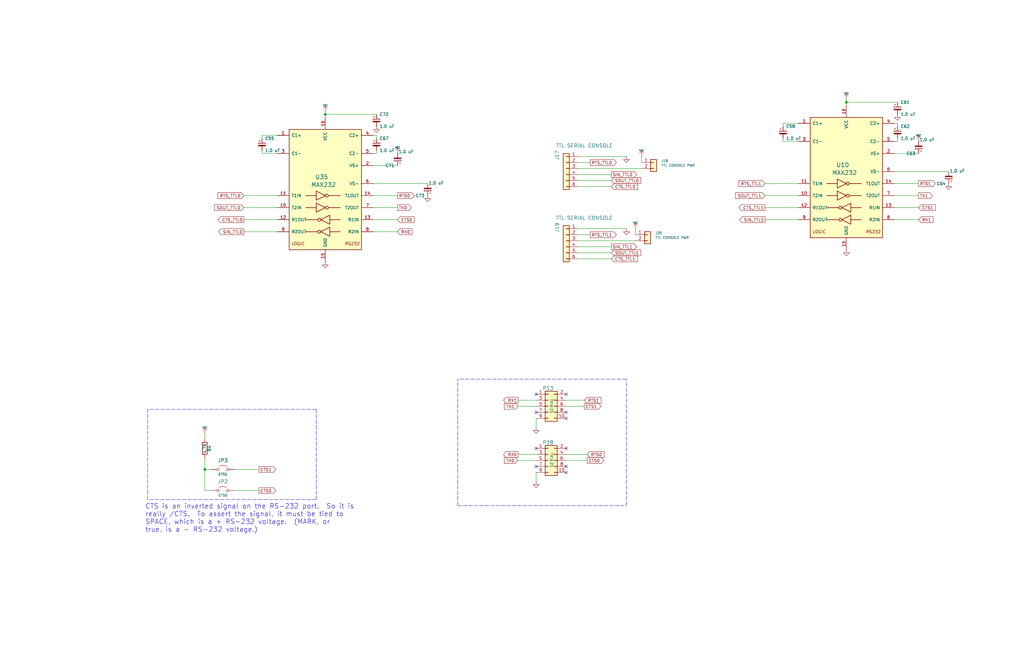
<source format=kicad_sch>
(kicad_sch
	(version 20250114)
	(generator "eeschema")
	(generator_version "9.0")
	(uuid "f965ef20-391a-498f-8df0-960723659c8e")
	(paper "USLedger")
	(title_block
		(title "N8PC")
		(date "2025-11-26")
		(rev "000.9")
		(comment 1 "https://github.com/danwerner21/N8PC")
		(comment 2 "Based on work by Andrew Lynch and John Coffman")
	)
	(lib_symbols
		(symbol "Connector_Generic:Conn_01x02"
			(pin_names
				(offset 1.016)
				(hide yes)
			)
			(exclude_from_sim no)
			(in_bom yes)
			(on_board yes)
			(property "Reference" "J"
				(at 0 2.54 0)
				(effects
					(font
						(size 1.27 1.27)
					)
				)
			)
			(property "Value" "Conn_01x02"
				(at 0 -5.08 0)
				(effects
					(font
						(size 1.27 1.27)
					)
				)
			)
			(property "Footprint" ""
				(at 0 0 0)
				(effects
					(font
						(size 1.27 1.27)
					)
					(hide yes)
				)
			)
			(property "Datasheet" "~"
				(at 0 0 0)
				(effects
					(font
						(size 1.27 1.27)
					)
					(hide yes)
				)
			)
			(property "Description" "Generic connector, single row, 01x02, script generated (kicad-library-utils/schlib/autogen/connector/)"
				(at 0 0 0)
				(effects
					(font
						(size 1.27 1.27)
					)
					(hide yes)
				)
			)
			(property "ki_keywords" "connector"
				(at 0 0 0)
				(effects
					(font
						(size 1.27 1.27)
					)
					(hide yes)
				)
			)
			(property "ki_fp_filters" "Connector*:*_1x??_*"
				(at 0 0 0)
				(effects
					(font
						(size 1.27 1.27)
					)
					(hide yes)
				)
			)
			(symbol "Conn_01x02_1_1"
				(rectangle
					(start -1.27 1.27)
					(end 1.27 -3.81)
					(stroke
						(width 0.254)
						(type default)
					)
					(fill
						(type background)
					)
				)
				(rectangle
					(start -1.27 0.127)
					(end 0 -0.127)
					(stroke
						(width 0.1524)
						(type default)
					)
					(fill
						(type none)
					)
				)
				(rectangle
					(start -1.27 -2.413)
					(end 0 -2.667)
					(stroke
						(width 0.1524)
						(type default)
					)
					(fill
						(type none)
					)
				)
				(pin passive line
					(at -5.08 0 0)
					(length 3.81)
					(name "Pin_1"
						(effects
							(font
								(size 1.27 1.27)
							)
						)
					)
					(number "1"
						(effects
							(font
								(size 1.27 1.27)
							)
						)
					)
				)
				(pin passive line
					(at -5.08 -2.54 0)
					(length 3.81)
					(name "Pin_2"
						(effects
							(font
								(size 1.27 1.27)
							)
						)
					)
					(number "2"
						(effects
							(font
								(size 1.27 1.27)
							)
						)
					)
				)
			)
			(embedded_fonts no)
		)
		(symbol "Connector_Generic:Conn_01x06"
			(pin_names
				(offset 1.016)
				(hide yes)
			)
			(exclude_from_sim no)
			(in_bom yes)
			(on_board yes)
			(property "Reference" "J"
				(at 0 7.62 0)
				(effects
					(font
						(size 1.27 1.27)
					)
				)
			)
			(property "Value" "Conn_01x06"
				(at 0 -10.16 0)
				(effects
					(font
						(size 1.27 1.27)
					)
				)
			)
			(property "Footprint" ""
				(at 0 0 0)
				(effects
					(font
						(size 1.27 1.27)
					)
					(hide yes)
				)
			)
			(property "Datasheet" "~"
				(at 0 0 0)
				(effects
					(font
						(size 1.27 1.27)
					)
					(hide yes)
				)
			)
			(property "Description" "Generic connector, single row, 01x06, script generated (kicad-library-utils/schlib/autogen/connector/)"
				(at 0 0 0)
				(effects
					(font
						(size 1.27 1.27)
					)
					(hide yes)
				)
			)
			(property "ki_keywords" "connector"
				(at 0 0 0)
				(effects
					(font
						(size 1.27 1.27)
					)
					(hide yes)
				)
			)
			(property "ki_fp_filters" "Connector*:*_1x??_*"
				(at 0 0 0)
				(effects
					(font
						(size 1.27 1.27)
					)
					(hide yes)
				)
			)
			(symbol "Conn_01x06_1_1"
				(rectangle
					(start -1.27 6.35)
					(end 1.27 -8.89)
					(stroke
						(width 0.254)
						(type default)
					)
					(fill
						(type background)
					)
				)
				(rectangle
					(start -1.27 5.207)
					(end 0 4.953)
					(stroke
						(width 0.1524)
						(type default)
					)
					(fill
						(type none)
					)
				)
				(rectangle
					(start -1.27 2.667)
					(end 0 2.413)
					(stroke
						(width 0.1524)
						(type default)
					)
					(fill
						(type none)
					)
				)
				(rectangle
					(start -1.27 0.127)
					(end 0 -0.127)
					(stroke
						(width 0.1524)
						(type default)
					)
					(fill
						(type none)
					)
				)
				(rectangle
					(start -1.27 -2.413)
					(end 0 -2.667)
					(stroke
						(width 0.1524)
						(type default)
					)
					(fill
						(type none)
					)
				)
				(rectangle
					(start -1.27 -4.953)
					(end 0 -5.207)
					(stroke
						(width 0.1524)
						(type default)
					)
					(fill
						(type none)
					)
				)
				(rectangle
					(start -1.27 -7.493)
					(end 0 -7.747)
					(stroke
						(width 0.1524)
						(type default)
					)
					(fill
						(type none)
					)
				)
				(pin passive line
					(at -5.08 5.08 0)
					(length 3.81)
					(name "Pin_1"
						(effects
							(font
								(size 1.27 1.27)
							)
						)
					)
					(number "1"
						(effects
							(font
								(size 1.27 1.27)
							)
						)
					)
				)
				(pin passive line
					(at -5.08 2.54 0)
					(length 3.81)
					(name "Pin_2"
						(effects
							(font
								(size 1.27 1.27)
							)
						)
					)
					(number "2"
						(effects
							(font
								(size 1.27 1.27)
							)
						)
					)
				)
				(pin passive line
					(at -5.08 0 0)
					(length 3.81)
					(name "Pin_3"
						(effects
							(font
								(size 1.27 1.27)
							)
						)
					)
					(number "3"
						(effects
							(font
								(size 1.27 1.27)
							)
						)
					)
				)
				(pin passive line
					(at -5.08 -2.54 0)
					(length 3.81)
					(name "Pin_4"
						(effects
							(font
								(size 1.27 1.27)
							)
						)
					)
					(number "4"
						(effects
							(font
								(size 1.27 1.27)
							)
						)
					)
				)
				(pin passive line
					(at -5.08 -5.08 0)
					(length 3.81)
					(name "Pin_5"
						(effects
							(font
								(size 1.27 1.27)
							)
						)
					)
					(number "5"
						(effects
							(font
								(size 1.27 1.27)
							)
						)
					)
				)
				(pin passive line
					(at -5.08 -7.62 0)
					(length 3.81)
					(name "Pin_6"
						(effects
							(font
								(size 1.27 1.27)
							)
						)
					)
					(number "6"
						(effects
							(font
								(size 1.27 1.27)
							)
						)
					)
				)
			)
			(embedded_fonts no)
		)
		(symbol "Connector_Generic:Conn_02x05_Odd_Even"
			(pin_names
				(offset 1.016)
				(hide yes)
			)
			(exclude_from_sim no)
			(in_bom yes)
			(on_board yes)
			(property "Reference" "J"
				(at 1.27 7.62 0)
				(effects
					(font
						(size 1.27 1.27)
					)
				)
			)
			(property "Value" "Conn_02x05_Odd_Even"
				(at 1.27 -7.62 0)
				(effects
					(font
						(size 1.27 1.27)
					)
				)
			)
			(property "Footprint" ""
				(at 0 0 0)
				(effects
					(font
						(size 1.27 1.27)
					)
					(hide yes)
				)
			)
			(property "Datasheet" "~"
				(at 0 0 0)
				(effects
					(font
						(size 1.27 1.27)
					)
					(hide yes)
				)
			)
			(property "Description" "Generic connector, double row, 02x05, odd/even pin numbering scheme (row 1 odd numbers, row 2 even numbers), script generated (kicad-library-utils/schlib/autogen/connector/)"
				(at 0 0 0)
				(effects
					(font
						(size 1.27 1.27)
					)
					(hide yes)
				)
			)
			(property "ki_keywords" "connector"
				(at 0 0 0)
				(effects
					(font
						(size 1.27 1.27)
					)
					(hide yes)
				)
			)
			(property "ki_fp_filters" "Connector*:*_2x??_*"
				(at 0 0 0)
				(effects
					(font
						(size 1.27 1.27)
					)
					(hide yes)
				)
			)
			(symbol "Conn_02x05_Odd_Even_1_1"
				(rectangle
					(start -1.27 6.35)
					(end 3.81 -6.35)
					(stroke
						(width 0.254)
						(type default)
					)
					(fill
						(type background)
					)
				)
				(rectangle
					(start -1.27 5.207)
					(end 0 4.953)
					(stroke
						(width 0.1524)
						(type default)
					)
					(fill
						(type none)
					)
				)
				(rectangle
					(start -1.27 2.667)
					(end 0 2.413)
					(stroke
						(width 0.1524)
						(type default)
					)
					(fill
						(type none)
					)
				)
				(rectangle
					(start -1.27 0.127)
					(end 0 -0.127)
					(stroke
						(width 0.1524)
						(type default)
					)
					(fill
						(type none)
					)
				)
				(rectangle
					(start -1.27 -2.413)
					(end 0 -2.667)
					(stroke
						(width 0.1524)
						(type default)
					)
					(fill
						(type none)
					)
				)
				(rectangle
					(start -1.27 -4.953)
					(end 0 -5.207)
					(stroke
						(width 0.1524)
						(type default)
					)
					(fill
						(type none)
					)
				)
				(rectangle
					(start 3.81 5.207)
					(end 2.54 4.953)
					(stroke
						(width 0.1524)
						(type default)
					)
					(fill
						(type none)
					)
				)
				(rectangle
					(start 3.81 2.667)
					(end 2.54 2.413)
					(stroke
						(width 0.1524)
						(type default)
					)
					(fill
						(type none)
					)
				)
				(rectangle
					(start 3.81 0.127)
					(end 2.54 -0.127)
					(stroke
						(width 0.1524)
						(type default)
					)
					(fill
						(type none)
					)
				)
				(rectangle
					(start 3.81 -2.413)
					(end 2.54 -2.667)
					(stroke
						(width 0.1524)
						(type default)
					)
					(fill
						(type none)
					)
				)
				(rectangle
					(start 3.81 -4.953)
					(end 2.54 -5.207)
					(stroke
						(width 0.1524)
						(type default)
					)
					(fill
						(type none)
					)
				)
				(pin passive line
					(at -5.08 5.08 0)
					(length 3.81)
					(name "Pin_1"
						(effects
							(font
								(size 1.27 1.27)
							)
						)
					)
					(number "1"
						(effects
							(font
								(size 1.27 1.27)
							)
						)
					)
				)
				(pin passive line
					(at -5.08 2.54 0)
					(length 3.81)
					(name "Pin_3"
						(effects
							(font
								(size 1.27 1.27)
							)
						)
					)
					(number "3"
						(effects
							(font
								(size 1.27 1.27)
							)
						)
					)
				)
				(pin passive line
					(at -5.08 0 0)
					(length 3.81)
					(name "Pin_5"
						(effects
							(font
								(size 1.27 1.27)
							)
						)
					)
					(number "5"
						(effects
							(font
								(size 1.27 1.27)
							)
						)
					)
				)
				(pin passive line
					(at -5.08 -2.54 0)
					(length 3.81)
					(name "Pin_7"
						(effects
							(font
								(size 1.27 1.27)
							)
						)
					)
					(number "7"
						(effects
							(font
								(size 1.27 1.27)
							)
						)
					)
				)
				(pin passive line
					(at -5.08 -5.08 0)
					(length 3.81)
					(name "Pin_9"
						(effects
							(font
								(size 1.27 1.27)
							)
						)
					)
					(number "9"
						(effects
							(font
								(size 1.27 1.27)
							)
						)
					)
				)
				(pin passive line
					(at 7.62 5.08 180)
					(length 3.81)
					(name "Pin_2"
						(effects
							(font
								(size 1.27 1.27)
							)
						)
					)
					(number "2"
						(effects
							(font
								(size 1.27 1.27)
							)
						)
					)
				)
				(pin passive line
					(at 7.62 2.54 180)
					(length 3.81)
					(name "Pin_4"
						(effects
							(font
								(size 1.27 1.27)
							)
						)
					)
					(number "4"
						(effects
							(font
								(size 1.27 1.27)
							)
						)
					)
				)
				(pin passive line
					(at 7.62 0 180)
					(length 3.81)
					(name "Pin_6"
						(effects
							(font
								(size 1.27 1.27)
							)
						)
					)
					(number "6"
						(effects
							(font
								(size 1.27 1.27)
							)
						)
					)
				)
				(pin passive line
					(at 7.62 -2.54 180)
					(length 3.81)
					(name "Pin_8"
						(effects
							(font
								(size 1.27 1.27)
							)
						)
					)
					(number "8"
						(effects
							(font
								(size 1.27 1.27)
							)
						)
					)
				)
				(pin passive line
					(at 7.62 -5.08 180)
					(length 3.81)
					(name "Pin_10"
						(effects
							(font
								(size 1.27 1.27)
							)
						)
					)
					(number "10"
						(effects
							(font
								(size 1.27 1.27)
							)
						)
					)
				)
			)
			(embedded_fonts no)
		)
		(symbol "Device:C_Polarized_Small"
			(pin_numbers
				(hide yes)
			)
			(pin_names
				(offset 0.254)
				(hide yes)
			)
			(exclude_from_sim no)
			(in_bom yes)
			(on_board yes)
			(property "Reference" "C"
				(at 0.254 1.778 0)
				(effects
					(font
						(size 1.27 1.27)
					)
					(justify left)
				)
			)
			(property "Value" "C_Polarized_Small"
				(at 0.254 -2.032 0)
				(effects
					(font
						(size 1.27 1.27)
					)
					(justify left)
				)
			)
			(property "Footprint" ""
				(at 0 0 0)
				(effects
					(font
						(size 1.27 1.27)
					)
					(hide yes)
				)
			)
			(property "Datasheet" "~"
				(at 0 0 0)
				(effects
					(font
						(size 1.27 1.27)
					)
					(hide yes)
				)
			)
			(property "Description" "Polarized capacitor, small symbol"
				(at 0 0 0)
				(effects
					(font
						(size 1.27 1.27)
					)
					(hide yes)
				)
			)
			(property "ki_keywords" "cap capacitor"
				(at 0 0 0)
				(effects
					(font
						(size 1.27 1.27)
					)
					(hide yes)
				)
			)
			(property "ki_fp_filters" "CP_*"
				(at 0 0 0)
				(effects
					(font
						(size 1.27 1.27)
					)
					(hide yes)
				)
			)
			(symbol "C_Polarized_Small_0_1"
				(rectangle
					(start -1.524 0.6858)
					(end 1.524 0.3048)
					(stroke
						(width 0)
						(type default)
					)
					(fill
						(type none)
					)
				)
				(rectangle
					(start -1.524 -0.3048)
					(end 1.524 -0.6858)
					(stroke
						(width 0)
						(type default)
					)
					(fill
						(type outline)
					)
				)
				(polyline
					(pts
						(xy -1.27 1.524) (xy -0.762 1.524)
					)
					(stroke
						(width 0)
						(type default)
					)
					(fill
						(type none)
					)
				)
				(polyline
					(pts
						(xy -1.016 1.27) (xy -1.016 1.778)
					)
					(stroke
						(width 0)
						(type default)
					)
					(fill
						(type none)
					)
				)
			)
			(symbol "C_Polarized_Small_1_1"
				(pin passive line
					(at 0 2.54 270)
					(length 1.8542)
					(name "~"
						(effects
							(font
								(size 1.27 1.27)
							)
						)
					)
					(number "1"
						(effects
							(font
								(size 1.27 1.27)
							)
						)
					)
				)
				(pin passive line
					(at 0 -2.54 90)
					(length 1.8542)
					(name "~"
						(effects
							(font
								(size 1.27 1.27)
							)
						)
					)
					(number "2"
						(effects
							(font
								(size 1.27 1.27)
							)
						)
					)
				)
			)
			(embedded_fonts no)
		)
		(symbol "Device:R"
			(pin_numbers
				(hide yes)
			)
			(pin_names
				(offset 0)
			)
			(exclude_from_sim no)
			(in_bom yes)
			(on_board yes)
			(property "Reference" "R"
				(at 2.032 0 90)
				(effects
					(font
						(size 1.27 1.27)
					)
				)
			)
			(property "Value" "R"
				(at 0 0 90)
				(effects
					(font
						(size 1.27 1.27)
					)
				)
			)
			(property "Footprint" ""
				(at -1.778 0 90)
				(effects
					(font
						(size 1.27 1.27)
					)
					(hide yes)
				)
			)
			(property "Datasheet" "~"
				(at 0 0 0)
				(effects
					(font
						(size 1.27 1.27)
					)
					(hide yes)
				)
			)
			(property "Description" "Resistor"
				(at 0 0 0)
				(effects
					(font
						(size 1.27 1.27)
					)
					(hide yes)
				)
			)
			(property "ki_keywords" "R res resistor"
				(at 0 0 0)
				(effects
					(font
						(size 1.27 1.27)
					)
					(hide yes)
				)
			)
			(property "ki_fp_filters" "R_*"
				(at 0 0 0)
				(effects
					(font
						(size 1.27 1.27)
					)
					(hide yes)
				)
			)
			(symbol "R_0_1"
				(rectangle
					(start -1.016 -2.54)
					(end 1.016 2.54)
					(stroke
						(width 0.254)
						(type default)
					)
					(fill
						(type none)
					)
				)
			)
			(symbol "R_1_1"
				(pin passive line
					(at 0 3.81 270)
					(length 1.27)
					(name "~"
						(effects
							(font
								(size 1.27 1.27)
							)
						)
					)
					(number "1"
						(effects
							(font
								(size 1.27 1.27)
							)
						)
					)
				)
				(pin passive line
					(at 0 -3.81 90)
					(length 1.27)
					(name "~"
						(effects
							(font
								(size 1.27 1.27)
							)
						)
					)
					(number "2"
						(effects
							(font
								(size 1.27 1.27)
							)
						)
					)
				)
			)
			(embedded_fonts no)
		)
		(symbol "Interface_UART:MAX232"
			(pin_names
				(offset 1.016)
			)
			(exclude_from_sim no)
			(in_bom yes)
			(on_board yes)
			(property "Reference" "U"
				(at -2.54 28.575 0)
				(effects
					(font
						(size 1.27 1.27)
					)
					(justify right)
				)
			)
			(property "Value" "MAX232"
				(at -2.54 26.67 0)
				(effects
					(font
						(size 1.27 1.27)
					)
					(justify right)
				)
			)
			(property "Footprint" ""
				(at 1.27 -26.67 0)
				(effects
					(font
						(size 1.27 1.27)
					)
					(justify left)
					(hide yes)
				)
			)
			(property "Datasheet" "http://www.ti.com/lit/ds/symlink/max232.pdf"
				(at 0 2.54 0)
				(effects
					(font
						(size 1.27 1.27)
					)
					(hide yes)
				)
			)
			(property "Description" "Dual RS232 driver/receiver, 5V supply, 120kb/s, 0C-70C"
				(at 0 0 0)
				(effects
					(font
						(size 1.27 1.27)
					)
					(hide yes)
				)
			)
			(property "ki_keywords" "rs232 uart transceiver line-driver"
				(at 0 0 0)
				(effects
					(font
						(size 1.27 1.27)
					)
					(hide yes)
				)
			)
			(property "ki_fp_filters" "SOIC*P1.27mm* DIP*W7.62mm* TSSOP*4.4x5mm*P0.65mm*"
				(at 0 0 0)
				(effects
					(font
						(size 1.27 1.27)
					)
					(hide yes)
				)
			)
			(symbol "MAX232_0_0"
				(text "LOGIC"
					(at -11.43 -22.86 0)
					(effects
						(font
							(size 1.27 1.27)
						)
					)
				)
				(text "RS232"
					(at 11.43 -22.86 0)
					(effects
						(font
							(size 1.27 1.27)
						)
					)
				)
			)
			(symbol "MAX232_0_1"
				(rectangle
					(start -15.24 -25.4)
					(end 15.24 25.4)
					(stroke
						(width 0.254)
						(type default)
					)
					(fill
						(type background)
					)
				)
				(polyline
					(pts
						(xy -3.81 -0.635) (xy -3.81 -4.445) (xy 0 -2.54) (xy -3.81 -0.635)
					)
					(stroke
						(width 0.254)
						(type default)
					)
					(fill
						(type none)
					)
				)
				(polyline
					(pts
						(xy -3.81 -2.54) (xy -8.255 -2.54)
					)
					(stroke
						(width 0.254)
						(type default)
					)
					(fill
						(type none)
					)
				)
				(polyline
					(pts
						(xy -3.81 -5.715) (xy -3.81 -9.525) (xy 0 -7.62) (xy -3.81 -5.715)
					)
					(stroke
						(width 0.254)
						(type default)
					)
					(fill
						(type none)
					)
				)
				(polyline
					(pts
						(xy -3.81 -7.62) (xy -8.255 -7.62)
					)
					(stroke
						(width 0.254)
						(type default)
					)
					(fill
						(type none)
					)
				)
				(polyline
					(pts
						(xy -3.175 -12.7) (xy -8.255 -12.7)
					)
					(stroke
						(width 0.254)
						(type default)
					)
					(fill
						(type none)
					)
				)
				(polyline
					(pts
						(xy -3.175 -17.78) (xy -8.255 -17.78)
					)
					(stroke
						(width 0.254)
						(type default)
					)
					(fill
						(type none)
					)
				)
				(circle
					(center -2.54 -12.7)
					(radius 0.635)
					(stroke
						(width 0.254)
						(type default)
					)
					(fill
						(type none)
					)
				)
				(circle
					(center -2.54 -17.78)
					(radius 0.635)
					(stroke
						(width 0.254)
						(type default)
					)
					(fill
						(type none)
					)
				)
				(circle
					(center 0.635 -2.54)
					(radius 0.635)
					(stroke
						(width 0.254)
						(type default)
					)
					(fill
						(type none)
					)
				)
				(circle
					(center 0.635 -7.62)
					(radius 0.635)
					(stroke
						(width 0.254)
						(type default)
					)
					(fill
						(type none)
					)
				)
				(polyline
					(pts
						(xy 1.27 -2.54) (xy 6.35 -2.54)
					)
					(stroke
						(width 0.254)
						(type default)
					)
					(fill
						(type none)
					)
				)
				(polyline
					(pts
						(xy 1.27 -7.62) (xy 6.35 -7.62)
					)
					(stroke
						(width 0.254)
						(type default)
					)
					(fill
						(type none)
					)
				)
				(polyline
					(pts
						(xy 1.905 -10.795) (xy 1.905 -14.605) (xy -1.905 -12.7) (xy 1.905 -10.795)
					)
					(stroke
						(width 0.254)
						(type default)
					)
					(fill
						(type none)
					)
				)
				(polyline
					(pts
						(xy 1.905 -12.7) (xy 6.35 -12.7)
					)
					(stroke
						(width 0.254)
						(type default)
					)
					(fill
						(type none)
					)
				)
				(polyline
					(pts
						(xy 1.905 -15.875) (xy 1.905 -19.685) (xy -1.905 -17.78) (xy 1.905 -15.875)
					)
					(stroke
						(width 0.254)
						(type default)
					)
					(fill
						(type none)
					)
				)
				(polyline
					(pts
						(xy 1.905 -17.78) (xy 6.35 -17.78)
					)
					(stroke
						(width 0.254)
						(type default)
					)
					(fill
						(type none)
					)
				)
			)
			(symbol "MAX232_1_1"
				(pin passive line
					(at -20.32 22.86 0)
					(length 5.08)
					(name "C1+"
						(effects
							(font
								(size 1.27 1.27)
							)
						)
					)
					(number "1"
						(effects
							(font
								(size 1.27 1.27)
							)
						)
					)
				)
				(pin passive line
					(at -20.32 15.24 0)
					(length 5.08)
					(name "C1-"
						(effects
							(font
								(size 1.27 1.27)
							)
						)
					)
					(number "3"
						(effects
							(font
								(size 1.27 1.27)
							)
						)
					)
				)
				(pin input line
					(at -20.32 -2.54 0)
					(length 5.08)
					(name "T1IN"
						(effects
							(font
								(size 1.27 1.27)
							)
						)
					)
					(number "11"
						(effects
							(font
								(size 1.27 1.27)
							)
						)
					)
				)
				(pin input line
					(at -20.32 -7.62 0)
					(length 5.08)
					(name "T2IN"
						(effects
							(font
								(size 1.27 1.27)
							)
						)
					)
					(number "10"
						(effects
							(font
								(size 1.27 1.27)
							)
						)
					)
				)
				(pin output line
					(at -20.32 -12.7 0)
					(length 5.08)
					(name "R1OUT"
						(effects
							(font
								(size 1.27 1.27)
							)
						)
					)
					(number "12"
						(effects
							(font
								(size 1.27 1.27)
							)
						)
					)
				)
				(pin output line
					(at -20.32 -17.78 0)
					(length 5.08)
					(name "R2OUT"
						(effects
							(font
								(size 1.27 1.27)
							)
						)
					)
					(number "9"
						(effects
							(font
								(size 1.27 1.27)
							)
						)
					)
				)
				(pin power_in line
					(at 0 30.48 270)
					(length 5.08)
					(name "VCC"
						(effects
							(font
								(size 1.27 1.27)
							)
						)
					)
					(number "16"
						(effects
							(font
								(size 1.27 1.27)
							)
						)
					)
				)
				(pin power_in line
					(at 0 -30.48 90)
					(length 5.08)
					(name "GND"
						(effects
							(font
								(size 1.27 1.27)
							)
						)
					)
					(number "15"
						(effects
							(font
								(size 1.27 1.27)
							)
						)
					)
				)
				(pin passive line
					(at 20.32 22.86 180)
					(length 5.08)
					(name "C2+"
						(effects
							(font
								(size 1.27 1.27)
							)
						)
					)
					(number "4"
						(effects
							(font
								(size 1.27 1.27)
							)
						)
					)
				)
				(pin passive line
					(at 20.32 15.24 180)
					(length 5.08)
					(name "C2-"
						(effects
							(font
								(size 1.27 1.27)
							)
						)
					)
					(number "5"
						(effects
							(font
								(size 1.27 1.27)
							)
						)
					)
				)
				(pin power_out line
					(at 20.32 10.16 180)
					(length 5.08)
					(name "VS+"
						(effects
							(font
								(size 1.27 1.27)
							)
						)
					)
					(number "2"
						(effects
							(font
								(size 1.27 1.27)
							)
						)
					)
				)
				(pin power_out line
					(at 20.32 2.54 180)
					(length 5.08)
					(name "VS-"
						(effects
							(font
								(size 1.27 1.27)
							)
						)
					)
					(number "6"
						(effects
							(font
								(size 1.27 1.27)
							)
						)
					)
				)
				(pin output line
					(at 20.32 -2.54 180)
					(length 5.08)
					(name "T1OUT"
						(effects
							(font
								(size 1.27 1.27)
							)
						)
					)
					(number "14"
						(effects
							(font
								(size 1.27 1.27)
							)
						)
					)
				)
				(pin output line
					(at 20.32 -7.62 180)
					(length 5.08)
					(name "T2OUT"
						(effects
							(font
								(size 1.27 1.27)
							)
						)
					)
					(number "7"
						(effects
							(font
								(size 1.27 1.27)
							)
						)
					)
				)
				(pin input line
					(at 20.32 -12.7 180)
					(length 5.08)
					(name "R1IN"
						(effects
							(font
								(size 1.27 1.27)
							)
						)
					)
					(number "13"
						(effects
							(font
								(size 1.27 1.27)
							)
						)
					)
				)
				(pin input line
					(at 20.32 -17.78 180)
					(length 5.08)
					(name "R2IN"
						(effects
							(font
								(size 1.27 1.27)
							)
						)
					)
					(number "8"
						(effects
							(font
								(size 1.27 1.27)
							)
						)
					)
				)
			)
			(embedded_fonts no)
		)
		(symbol "Jumper:Jumper_2_Open"
			(pin_numbers
				(hide yes)
			)
			(pin_names
				(offset 0)
				(hide yes)
			)
			(exclude_from_sim yes)
			(in_bom yes)
			(on_board yes)
			(property "Reference" "JP"
				(at 0 2.794 0)
				(effects
					(font
						(size 1.27 1.27)
					)
				)
			)
			(property "Value" "Jumper_2_Open"
				(at 0 -2.286 0)
				(effects
					(font
						(size 1.27 1.27)
					)
				)
			)
			(property "Footprint" ""
				(at 0 0 0)
				(effects
					(font
						(size 1.27 1.27)
					)
					(hide yes)
				)
			)
			(property "Datasheet" "~"
				(at 0 0 0)
				(effects
					(font
						(size 1.27 1.27)
					)
					(hide yes)
				)
			)
			(property "Description" "Jumper, 2-pole, open"
				(at 0 0 0)
				(effects
					(font
						(size 1.27 1.27)
					)
					(hide yes)
				)
			)
			(property "ki_keywords" "Jumper SPST"
				(at 0 0 0)
				(effects
					(font
						(size 1.27 1.27)
					)
					(hide yes)
				)
			)
			(property "ki_fp_filters" "Jumper* TestPoint*2Pads* TestPoint*Bridge*"
				(at 0 0 0)
				(effects
					(font
						(size 1.27 1.27)
					)
					(hide yes)
				)
			)
			(symbol "Jumper_2_Open_0_0"
				(circle
					(center -2.032 0)
					(radius 0.508)
					(stroke
						(width 0)
						(type default)
					)
					(fill
						(type none)
					)
				)
				(circle
					(center 2.032 0)
					(radius 0.508)
					(stroke
						(width 0)
						(type default)
					)
					(fill
						(type none)
					)
				)
			)
			(symbol "Jumper_2_Open_0_1"
				(arc
					(start -1.524 1.27)
					(mid 0 1.778)
					(end 1.524 1.27)
					(stroke
						(width 0)
						(type default)
					)
					(fill
						(type none)
					)
				)
			)
			(symbol "Jumper_2_Open_1_1"
				(pin passive line
					(at -5.08 0 0)
					(length 2.54)
					(name "A"
						(effects
							(font
								(size 1.27 1.27)
							)
						)
					)
					(number "1"
						(effects
							(font
								(size 1.27 1.27)
							)
						)
					)
				)
				(pin passive line
					(at 5.08 0 180)
					(length 2.54)
					(name "B"
						(effects
							(font
								(size 1.27 1.27)
							)
						)
					)
					(number "2"
						(effects
							(font
								(size 1.27 1.27)
							)
						)
					)
				)
			)
			(embedded_fonts no)
		)
		(symbol "power:GND"
			(power)
			(pin_numbers
				(hide yes)
			)
			(pin_names
				(offset 0)
				(hide yes)
			)
			(exclude_from_sim no)
			(in_bom yes)
			(on_board yes)
			(property "Reference" "#PWR"
				(at 0 -6.35 0)
				(effects
					(font
						(size 1.27 1.27)
					)
					(hide yes)
				)
			)
			(property "Value" "GND"
				(at 0 -3.81 0)
				(effects
					(font
						(size 1.27 1.27)
					)
				)
			)
			(property "Footprint" ""
				(at 0 0 0)
				(effects
					(font
						(size 1.27 1.27)
					)
					(hide yes)
				)
			)
			(property "Datasheet" ""
				(at 0 0 0)
				(effects
					(font
						(size 1.27 1.27)
					)
					(hide yes)
				)
			)
			(property "Description" "Power symbol creates a global label with name \"GND\" , ground"
				(at 0 0 0)
				(effects
					(font
						(size 1.27 1.27)
					)
					(hide yes)
				)
			)
			(property "ki_keywords" "global power"
				(at 0 0 0)
				(effects
					(font
						(size 1.27 1.27)
					)
					(hide yes)
				)
			)
			(symbol "GND_0_1"
				(polyline
					(pts
						(xy 0 0) (xy 0 -1.27) (xy 1.27 -1.27) (xy 0 -2.54) (xy -1.27 -1.27) (xy 0 -1.27)
					)
					(stroke
						(width 0)
						(type default)
					)
					(fill
						(type none)
					)
				)
			)
			(symbol "GND_1_1"
				(pin power_in line
					(at 0 0 270)
					(length 0)
					(name "~"
						(effects
							(font
								(size 1.27 1.27)
							)
						)
					)
					(number "1"
						(effects
							(font
								(size 1.27 1.27)
							)
						)
					)
				)
			)
			(embedded_fonts no)
		)
		(symbol "power:VCC"
			(power)
			(pin_numbers
				(hide yes)
			)
			(pin_names
				(offset 0)
				(hide yes)
			)
			(exclude_from_sim no)
			(in_bom yes)
			(on_board yes)
			(property "Reference" "#PWR"
				(at 0 -3.81 0)
				(effects
					(font
						(size 1.27 1.27)
					)
					(hide yes)
				)
			)
			(property "Value" "VCC"
				(at 0 3.556 0)
				(effects
					(font
						(size 1.27 1.27)
					)
				)
			)
			(property "Footprint" ""
				(at 0 0 0)
				(effects
					(font
						(size 1.27 1.27)
					)
					(hide yes)
				)
			)
			(property "Datasheet" ""
				(at 0 0 0)
				(effects
					(font
						(size 1.27 1.27)
					)
					(hide yes)
				)
			)
			(property "Description" "Power symbol creates a global label with name \"VCC\""
				(at 0 0 0)
				(effects
					(font
						(size 1.27 1.27)
					)
					(hide yes)
				)
			)
			(property "ki_keywords" "global power"
				(at 0 0 0)
				(effects
					(font
						(size 1.27 1.27)
					)
					(hide yes)
				)
			)
			(symbol "VCC_0_1"
				(polyline
					(pts
						(xy -0.762 1.27) (xy 0 2.54)
					)
					(stroke
						(width 0)
						(type default)
					)
					(fill
						(type none)
					)
				)
				(polyline
					(pts
						(xy 0 2.54) (xy 0.762 1.27)
					)
					(stroke
						(width 0)
						(type default)
					)
					(fill
						(type none)
					)
				)
				(polyline
					(pts
						(xy 0 0) (xy 0 2.54)
					)
					(stroke
						(width 0)
						(type default)
					)
					(fill
						(type none)
					)
				)
			)
			(symbol "VCC_1_1"
				(pin power_in line
					(at 0 0 90)
					(length 0)
					(name "~"
						(effects
							(font
								(size 1.27 1.27)
							)
						)
					)
					(number "1"
						(effects
							(font
								(size 1.27 1.27)
							)
						)
					)
				)
			)
			(embedded_fonts no)
		)
	)
	(text "CTS is an inverted signal on the RS-232 port.  So it is \nreally /CTS.  To assert the signal, it must be tied to \nSPACE, which is a + RS-232 voltage.  (MARK, or \ntrue, is a - RS-232 voltage.)"
		(exclude_from_sim no)
		(at 61.214 224.79 0)
		(effects
			(font
				(size 2.032 2.032)
			)
			(justify left bottom)
		)
		(uuid "25244c70-aff0-4b86-b0bd-fe70e2a50b36")
	)
	(junction
		(at 86.36 198.12)
		(diameter 0)
		(color 0 0 0 0)
		(uuid "470ce103-fc6d-49dd-a7ba-b8c1185c2d3d")
	)
	(junction
		(at 356.87 43.18)
		(diameter 0)
		(color 0 0 0 0)
		(uuid "87ae8217-8ab4-469d-9833-7272cea1f7e0")
	)
	(junction
		(at 137.16 48.26)
		(diameter 0)
		(color 0 0 0 0)
		(uuid "fddfbeb8-86de-45d3-93f9-947c1c7b07d0")
	)
	(no_connect
		(at 238.76 196.85)
		(uuid "76254d1d-b926-498e-a34f-9882eceba4ed")
	)
	(no_connect
		(at 238.76 166.37)
		(uuid "83e2adab-9613-47ee-af01-241c7757a251")
	)
	(no_connect
		(at 238.76 199.39)
		(uuid "872c98d3-965d-493f-9062-b4be69ce7303")
	)
	(no_connect
		(at 238.76 173.99)
		(uuid "8a8b7f9f-5efa-47b4-832a-4d5ca8f86f9a")
	)
	(no_connect
		(at 238.76 189.23)
		(uuid "8c358c55-b4b8-4cd9-8703-38f14d293ef1")
	)
	(no_connect
		(at 226.06 196.85)
		(uuid "b2bb4629-c0b0-4188-a65f-b4c0f748a8e0")
	)
	(no_connect
		(at 226.06 166.37)
		(uuid "b77a9905-1a52-4261-b53d-f4982a7cd677")
	)
	(no_connect
		(at 238.76 176.53)
		(uuid "bb4923db-295c-48e7-8606-92bf7dfddfd2")
	)
	(no_connect
		(at 226.06 189.23)
		(uuid "bdca2def-8657-4cd8-9e73-8c740f0e2e96")
	)
	(no_connect
		(at 226.06 173.99)
		(uuid "dad77a8b-b588-4836-ab2d-274b2d2be252")
	)
	(polyline
		(pts
			(xy 264.16 213.36) (xy 264.16 160.02)
		)
		(stroke
			(width 0)
			(type dash)
		)
		(uuid "003a870f-7a6d-4c11-8a5c-c0f7037ca0e9")
	)
	(wire
		(pts
			(xy 86.36 198.12) (xy 88.9 198.12)
		)
		(stroke
			(width 0)
			(type default)
		)
		(uuid "0448ec2d-e1f3-4287-a213-28b5cf0e769d")
	)
	(wire
		(pts
			(xy 137.16 48.26) (xy 158.75 48.26)
		)
		(stroke
			(width 0)
			(type default)
		)
		(uuid "073e7e03-1973-47a4-8a14-2656b97064fb")
	)
	(polyline
		(pts
			(xy 133.35 172.72) (xy 133.35 210.82)
		)
		(stroke
			(width 0)
			(type dash)
		)
		(uuid "09f638f0-0ba7-484f-97c9-4e3a141cc284")
	)
	(wire
		(pts
			(xy 257.81 104.14) (xy 243.84 104.14)
		)
		(stroke
			(width 0)
			(type default)
		)
		(uuid "0ba385aa-d491-4769-9fdd-7613ce9a4d5f")
	)
	(wire
		(pts
			(xy 116.84 64.77) (xy 110.49 64.77)
		)
		(stroke
			(width 0)
			(type default)
		)
		(uuid "0cc6faa4-4766-4124-8b28-0fa9e7b2bee9")
	)
	(wire
		(pts
			(xy 102.87 87.63) (xy 116.84 87.63)
		)
		(stroke
			(width 0)
			(type default)
		)
		(uuid "0e48709f-d803-4b1d-9ab0-4665e0449a84")
	)
	(wire
		(pts
			(xy 356.87 43.18) (xy 378.46 43.18)
		)
		(stroke
			(width 0)
			(type default)
		)
		(uuid "0e673e38-005b-43cc-9f91-724d94796f3e")
	)
	(wire
		(pts
			(xy 243.84 78.74) (xy 257.81 78.74)
		)
		(stroke
			(width 0)
			(type default)
		)
		(uuid "11578173-290a-4ff4-8704-4156a3f71044")
	)
	(wire
		(pts
			(xy 387.35 87.63) (xy 377.19 87.63)
		)
		(stroke
			(width 0)
			(type default)
		)
		(uuid "139009fc-5436-4ab7-be75-5848823867f0")
	)
	(wire
		(pts
			(xy 157.48 82.55) (xy 167.64 82.55)
		)
		(stroke
			(width 0)
			(type default)
		)
		(uuid "13f82f91-d1cf-46fc-9281-d89cc65ee987")
	)
	(wire
		(pts
			(xy 257.81 76.2) (xy 243.84 76.2)
		)
		(stroke
			(width 0)
			(type default)
		)
		(uuid "141b4b70-c1b9-4d2a-a9c7-1e4f01b6efc5")
	)
	(wire
		(pts
			(xy 226.06 168.91) (xy 218.44 168.91)
		)
		(stroke
			(width 0)
			(type default)
		)
		(uuid "191b9658-1fcc-43a6-a680-5b73d579a436")
	)
	(wire
		(pts
			(xy 387.35 92.71) (xy 377.19 92.71)
		)
		(stroke
			(width 0)
			(type default)
		)
		(uuid "20bed3e6-4469-43ed-9678-e8e4612639ba")
	)
	(wire
		(pts
			(xy 322.58 82.55) (xy 336.55 82.55)
		)
		(stroke
			(width 0)
			(type default)
		)
		(uuid "21b0d77a-6e7d-45f3-8b8e-a6ca4754796d")
	)
	(wire
		(pts
			(xy 88.9 207.01) (xy 86.36 207.01)
		)
		(stroke
			(width 0)
			(type default)
		)
		(uuid "2a5c51ba-c9b3-44d6-90dc-66ae4bb28aa5")
	)
	(wire
		(pts
			(xy 377.19 72.39) (xy 400.05 72.39)
		)
		(stroke
			(width 0)
			(type default)
		)
		(uuid "2b035de7-45b0-4316-8138-bb14347d2d5f")
	)
	(wire
		(pts
			(xy 246.38 168.91) (xy 238.76 168.91)
		)
		(stroke
			(width 0)
			(type default)
		)
		(uuid "2c06ff9e-5393-4718-b3a5-fbf6c718e30b")
	)
	(wire
		(pts
			(xy 137.16 48.26) (xy 137.16 49.53)
		)
		(stroke
			(width 0)
			(type default)
		)
		(uuid "2cceeb7d-cc25-404a-b701-0f5776845932")
	)
	(wire
		(pts
			(xy 322.58 92.71) (xy 336.55 92.71)
		)
		(stroke
			(width 0)
			(type default)
		)
		(uuid "2d59f9ba-39b7-457c-87d3-32cfa7e2f370")
	)
	(wire
		(pts
			(xy 243.84 96.52) (xy 264.16 96.52)
		)
		(stroke
			(width 0)
			(type default)
		)
		(uuid "2d5c0738-06d4-42a5-a119-59008d9ec4b2")
	)
	(wire
		(pts
			(xy 243.84 101.6) (xy 267.97 101.6)
		)
		(stroke
			(width 0)
			(type default)
		)
		(uuid "324224cc-93b8-4c11-b544-f18de806ae6a")
	)
	(polyline
		(pts
			(xy 193.04 213.36) (xy 264.16 213.36)
		)
		(stroke
			(width 0)
			(type dash)
		)
		(uuid "3791cccf-d273-4788-a297-d7f70cc5bbb6")
	)
	(wire
		(pts
			(xy 157.48 77.47) (xy 180.34 77.47)
		)
		(stroke
			(width 0)
			(type default)
		)
		(uuid "3978339e-f35b-4df5-bf96-9e2081725521")
	)
	(wire
		(pts
			(xy 167.64 92.71) (xy 157.48 92.71)
		)
		(stroke
			(width 0)
			(type default)
		)
		(uuid "39a99a51-905e-4979-9fc6-ebc3d94746eb")
	)
	(wire
		(pts
			(xy 267.97 96.52) (xy 267.97 99.06)
		)
		(stroke
			(width 0)
			(type default)
		)
		(uuid "3b6021a1-a97e-4b3c-8a4f-908bd035751a")
	)
	(wire
		(pts
			(xy 378.46 59.69) (xy 378.46 58.42)
		)
		(stroke
			(width 0)
			(type default)
		)
		(uuid "3e82ed1e-6f04-42ad-a6b7-9508ce28fb9f")
	)
	(wire
		(pts
			(xy 243.84 66.04) (xy 264.16 66.04)
		)
		(stroke
			(width 0)
			(type default)
		)
		(uuid "40869e90-3250-478f-97a1-ff6b6b5a5840")
	)
	(wire
		(pts
			(xy 226.06 194.31) (xy 218.44 194.31)
		)
		(stroke
			(width 0)
			(type default)
		)
		(uuid "4132f65b-66bd-48d8-a378-2cf5584ed5b3")
	)
	(polyline
		(pts
			(xy 133.35 172.72) (xy 62.23 172.72)
		)
		(stroke
			(width 0)
			(type dash)
		)
		(uuid "422b5b92-986b-4b2d-9b95-c582abc3e9e5")
	)
	(wire
		(pts
			(xy 356.87 41.91) (xy 356.87 43.18)
		)
		(stroke
			(width 0)
			(type default)
		)
		(uuid "45aa31c8-7acc-4903-8af4-129b7479877e")
	)
	(wire
		(pts
			(xy 226.06 191.77) (xy 218.44 191.77)
		)
		(stroke
			(width 0)
			(type default)
		)
		(uuid "479b0b32-6616-491a-a11d-ed9d4a573ee0")
	)
	(wire
		(pts
			(xy 110.49 57.15) (xy 116.84 57.15)
		)
		(stroke
			(width 0)
			(type default)
		)
		(uuid "4cd9fdbf-78ea-4482-a7b7-70cd82807eaf")
	)
	(wire
		(pts
			(xy 377.19 59.69) (xy 378.46 59.69)
		)
		(stroke
			(width 0)
			(type default)
		)
		(uuid "54b118f6-7216-407f-b2bf-ec583b2cc275")
	)
	(wire
		(pts
			(xy 336.55 59.69) (xy 330.2 59.69)
		)
		(stroke
			(width 0)
			(type default)
		)
		(uuid "5bc44565-e5ab-4201-be39-78e5c2a483c2")
	)
	(wire
		(pts
			(xy 377.19 64.77) (xy 387.35 64.77)
		)
		(stroke
			(width 0)
			(type default)
		)
		(uuid "62c88fea-24ea-4b41-854e-60931387a44a")
	)
	(wire
		(pts
			(xy 158.75 64.77) (xy 158.75 63.5)
		)
		(stroke
			(width 0)
			(type default)
		)
		(uuid "687d72aa-c94e-4e2f-82bc-2dfaba2f06f1")
	)
	(wire
		(pts
			(xy 226.06 171.45) (xy 218.44 171.45)
		)
		(stroke
			(width 0)
			(type default)
		)
		(uuid "69659230-2345-425c-a32e-81428f8ca1a5")
	)
	(wire
		(pts
			(xy 330.2 53.34) (xy 330.2 52.07)
		)
		(stroke
			(width 0)
			(type default)
		)
		(uuid "6a14ce36-ba92-4b0f-b9c3-63b32f33e61a")
	)
	(wire
		(pts
			(xy 243.84 99.06) (xy 248.92 99.06)
		)
		(stroke
			(width 0)
			(type default)
		)
		(uuid "6a263a1a-8ab5-4f17-bc22-7e3dc5352872")
	)
	(wire
		(pts
			(xy 356.87 43.18) (xy 356.87 44.45)
		)
		(stroke
			(width 0)
			(type default)
		)
		(uuid "6ac1bad9-89d3-4518-90a9-41d87da658ed")
	)
	(polyline
		(pts
			(xy 62.23 210.82) (xy 62.23 172.72)
		)
		(stroke
			(width 0)
			(type dash)
		)
		(uuid "6eee9642-f8be-4d65-9947-11bf701bec24")
	)
	(wire
		(pts
			(xy 158.75 57.15) (xy 158.75 58.42)
		)
		(stroke
			(width 0)
			(type default)
		)
		(uuid "7479ddd7-e764-45b2-8f46-bdaceec18549")
	)
	(wire
		(pts
			(xy 116.84 82.55) (xy 102.87 82.55)
		)
		(stroke
			(width 0)
			(type default)
		)
		(uuid "7a8194f6-8548-49a3-8137-9b3ed86e6dbb")
	)
	(wire
		(pts
			(xy 238.76 191.77) (xy 247.65 191.77)
		)
		(stroke
			(width 0)
			(type default)
		)
		(uuid "7ba17011-ebb5-4b46-887b-48754d11d9e2")
	)
	(wire
		(pts
			(xy 102.87 97.79) (xy 116.84 97.79)
		)
		(stroke
			(width 0)
			(type default)
		)
		(uuid "7ea69858-f0c1-423a-aa02-7fc5f76dc607")
	)
	(wire
		(pts
			(xy 86.36 207.01) (xy 86.36 198.12)
		)
		(stroke
			(width 0)
			(type default)
		)
		(uuid "7ef5773b-ef8c-4fe3-a3a4-b2c556330f74")
	)
	(wire
		(pts
			(xy 270.51 66.04) (xy 270.51 68.58)
		)
		(stroke
			(width 0)
			(type default)
		)
		(uuid "7fb7b847-43e7-41b5-b0ec-f543c9156967")
	)
	(wire
		(pts
			(xy 99.06 198.12) (xy 109.22 198.12)
		)
		(stroke
			(width 0)
			(type default)
		)
		(uuid "8005cd72-77ca-494c-b2c3-ff4e86320082")
	)
	(wire
		(pts
			(xy 243.84 68.58) (xy 248.92 68.58)
		)
		(stroke
			(width 0)
			(type default)
		)
		(uuid "81c51936-fb0d-4de3-b3e0-bebd8bbd2903")
	)
	(wire
		(pts
			(xy 226.06 176.53) (xy 226.06 180.34)
		)
		(stroke
			(width 0)
			(type default)
		)
		(uuid "8959ea59-0adb-4d8e-a1b8-e7200676882c")
	)
	(wire
		(pts
			(xy 238.76 194.31) (xy 247.65 194.31)
		)
		(stroke
			(width 0)
			(type default)
		)
		(uuid "94e7178e-e766-4566-b1d5-3f735ab43d3d")
	)
	(wire
		(pts
			(xy 167.64 87.63) (xy 157.48 87.63)
		)
		(stroke
			(width 0)
			(type default)
		)
		(uuid "96add6a4-a23a-43ed-80f3-bd2e30f77611")
	)
	(wire
		(pts
			(xy 336.55 77.47) (xy 322.58 77.47)
		)
		(stroke
			(width 0)
			(type default)
		)
		(uuid "a7fe0c5c-10aa-4a9a-aa83-23a034262f29")
	)
	(wire
		(pts
			(xy 110.49 64.77) (xy 110.49 63.5)
		)
		(stroke
			(width 0)
			(type default)
		)
		(uuid "a8ccd344-9092-43de-9a41-38d1aae29c12")
	)
	(polyline
		(pts
			(xy 264.16 160.02) (xy 193.04 160.02)
		)
		(stroke
			(width 0)
			(type dash)
		)
		(uuid "ab31d9c8-9a3f-4bcd-8302-dced35f28b16")
	)
	(wire
		(pts
			(xy 137.16 46.99) (xy 137.16 48.26)
		)
		(stroke
			(width 0)
			(type default)
		)
		(uuid "ab465973-dcc9-4373-9ee2-dcf69ab118b3")
	)
	(wire
		(pts
			(xy 102.87 92.71) (xy 116.84 92.71)
		)
		(stroke
			(width 0)
			(type default)
		)
		(uuid "ae1dfd65-96cf-4701-8f3d-5c43ffd88abf")
	)
	(wire
		(pts
			(xy 226.06 199.39) (xy 226.06 203.2)
		)
		(stroke
			(width 0)
			(type default)
		)
		(uuid "afb562d2-eede-4b9f-8205-daddcc5d087d")
	)
	(wire
		(pts
			(xy 157.48 57.15) (xy 158.75 57.15)
		)
		(stroke
			(width 0)
			(type default)
		)
		(uuid "b1a739f2-202a-4533-b51f-b0f6647f104c")
	)
	(wire
		(pts
			(xy 246.38 171.45) (xy 238.76 171.45)
		)
		(stroke
			(width 0)
			(type default)
		)
		(uuid "b2a5e186-91dc-4f2e-98dc-943f1ed2adc6")
	)
	(wire
		(pts
			(xy 378.46 52.07) (xy 378.46 53.34)
		)
		(stroke
			(width 0)
			(type default)
		)
		(uuid "b3a9aace-f8e7-4a65-a005-684eb6cf65c0")
	)
	(wire
		(pts
			(xy 377.19 52.07) (xy 378.46 52.07)
		)
		(stroke
			(width 0)
			(type default)
		)
		(uuid "b5448717-106a-4d8f-8473-3536a0d8540e")
	)
	(wire
		(pts
			(xy 157.48 64.77) (xy 158.75 64.77)
		)
		(stroke
			(width 0)
			(type default)
		)
		(uuid "b760ad03-b538-45c5-89e3-fe498af09e4f")
	)
	(wire
		(pts
			(xy 99.06 207.01) (xy 109.22 207.01)
		)
		(stroke
			(width 0)
			(type default)
		)
		(uuid "b9acb38d-45d3-4bfa-9def-5a5ecdbd21fa")
	)
	(wire
		(pts
			(xy 243.84 71.12) (xy 270.51 71.12)
		)
		(stroke
			(width 0)
			(type default)
		)
		(uuid "bb43ea2b-7195-42bd-988d-eb7ac6d91f07")
	)
	(wire
		(pts
			(xy 330.2 52.07) (xy 336.55 52.07)
		)
		(stroke
			(width 0)
			(type default)
		)
		(uuid "bfeb3f45-7099-4f02-bd98-74e9b0d9af22")
	)
	(polyline
		(pts
			(xy 133.35 210.82) (xy 62.23 210.82)
		)
		(stroke
			(width 0)
			(type dash)
		)
		(uuid "c34e36ba-df63-4ce7-b5d5-ac0dd2e8dad9")
	)
	(wire
		(pts
			(xy 86.36 182.88) (xy 86.36 185.42)
		)
		(stroke
			(width 0)
			(type default)
		)
		(uuid "cd495609-f74a-4c35-bc07-b8ad076b7cb0")
	)
	(wire
		(pts
			(xy 377.19 77.47) (xy 387.35 77.47)
		)
		(stroke
			(width 0)
			(type default)
		)
		(uuid "d03abad9-cde6-467d-b9e9-1ce03f128eb9")
	)
	(wire
		(pts
			(xy 86.36 193.04) (xy 86.36 198.12)
		)
		(stroke
			(width 0)
			(type default)
		)
		(uuid "d596354e-a2b1-48e8-ac91-614a30d564b3")
	)
	(wire
		(pts
			(xy 257.81 106.68) (xy 243.84 106.68)
		)
		(stroke
			(width 0)
			(type default)
		)
		(uuid "e2323f59-8f5e-43b8-9362-78fd1da91602")
	)
	(wire
		(pts
			(xy 257.81 73.66) (xy 243.84 73.66)
		)
		(stroke
			(width 0)
			(type default)
		)
		(uuid "e2443913-cde5-4829-b8dd-1e56e241257c")
	)
	(wire
		(pts
			(xy 387.35 82.55) (xy 377.19 82.55)
		)
		(stroke
			(width 0)
			(type default)
		)
		(uuid "e8590b0b-692e-45ef-8247-4e84f5ac800f")
	)
	(wire
		(pts
			(xy 243.84 109.22) (xy 257.81 109.22)
		)
		(stroke
			(width 0)
			(type default)
		)
		(uuid "ead97c8a-0403-43de-8c21-b947f4763652")
	)
	(wire
		(pts
			(xy 157.48 69.85) (xy 167.64 69.85)
		)
		(stroke
			(width 0)
			(type default)
		)
		(uuid "eb72aa88-8a02-4471-a8cb-094ef107b963")
	)
	(wire
		(pts
			(xy 167.64 97.79) (xy 157.48 97.79)
		)
		(stroke
			(width 0)
			(type default)
		)
		(uuid "f0238c57-0695-4ff1-919e-35f5073ffd14")
	)
	(wire
		(pts
			(xy 330.2 59.69) (xy 330.2 58.42)
		)
		(stroke
			(width 0)
			(type default)
		)
		(uuid "f3f2a4da-6006-45f7-9055-d4112e663a6f")
	)
	(wire
		(pts
			(xy 110.49 58.42) (xy 110.49 57.15)
		)
		(stroke
			(width 0)
			(type default)
		)
		(uuid "f475d785-8a07-49fb-9a40-287206ca8cc1")
	)
	(wire
		(pts
			(xy 322.58 87.63) (xy 336.55 87.63)
		)
		(stroke
			(width 0)
			(type default)
		)
		(uuid "f945ff73-0ed7-41e2-8537-a18247b345de")
	)
	(polyline
		(pts
			(xy 193.04 213.36) (xy 193.04 160.02)
		)
		(stroke
			(width 0)
			(type dash)
		)
		(uuid "fb13bc57-8ec4-4d10-bc42-14b071d20e75")
	)
	(global_label "CTS_TTL0"
		(shape input)
		(at 257.81 78.74 0)
		(fields_autoplaced yes)
		(effects
			(font
				(size 1.27 1.27)
			)
			(justify left)
		)
		(uuid "008bce45-dfb5-439f-a83c-64570b013bbe")
		(property "Intersheetrefs" "${INTERSHEET_REFS}"
			(at 268.7285 78.74 0)
			(effects
				(font
					(size 1.27 1.27)
				)
				(justify left)
				(hide yes)
			)
		)
	)
	(global_label "TX0"
		(shape input)
		(at 218.44 194.31 180)
		(fields_autoplaced yes)
		(effects
			(font
				(size 1.27 1.27)
			)
			(justify right)
		)
		(uuid "0b38ef94-7596-4ca5-96a4-f61aa32d9755")
		(property "Intersheetrefs" "${INTERSHEET_REFS}"
			(at 212.7224 194.31 0)
			(effects
				(font
					(size 1.27 1.27)
				)
				(justify right)
				(hide yes)
			)
		)
	)
	(global_label "TX1"
		(shape output)
		(at 387.35 82.55 0)
		(fields_autoplaced yes)
		(effects
			(font
				(size 1.27 1.27)
			)
			(justify left)
		)
		(uuid "15abf812-6f87-4ba5-a717-9b1a08744c73")
		(property "Intersheetrefs" "${INTERSHEET_REFS}"
			(at 393.0676 82.55 0)
			(effects
				(font
					(size 1.27 1.27)
				)
				(justify left)
				(hide yes)
			)
		)
	)
	(global_label "RTS1"
		(shape output)
		(at 387.35 77.47 0)
		(fields_autoplaced yes)
		(effects
			(font
				(size 1.27 1.27)
			)
			(justify left)
		)
		(uuid "1ea01a62-5611-4519-83ec-a438f160805c")
		(property "Intersheetrefs" "${INTERSHEET_REFS}"
			(at 394.3376 77.47 0)
			(effects
				(font
					(size 1.27 1.27)
				)
				(justify left)
				(hide yes)
			)
		)
	)
	(global_label "TX1"
		(shape input)
		(at 218.44 171.45 180)
		(fields_autoplaced yes)
		(effects
			(font
				(size 1.27 1.27)
			)
			(justify right)
		)
		(uuid "2ee82ed8-5879-4aad-9873-9207786b3107")
		(property "Intersheetrefs" "${INTERSHEET_REFS}"
			(at 212.7224 171.45 0)
			(effects
				(font
					(size 1.27 1.27)
				)
				(justify right)
				(hide yes)
			)
		)
	)
	(global_label "CTS_TTL1"
		(shape output)
		(at 322.58 87.63 180)
		(fields_autoplaced yes)
		(effects
			(font
				(size 1.27 1.27)
			)
			(justify right)
		)
		(uuid "31554b47-76c9-458e-8f2e-86afe4e3236c")
		(property "Intersheetrefs" "${INTERSHEET_REFS}"
			(at 311.6615 87.63 0)
			(effects
				(font
					(size 1.27 1.27)
				)
				(justify right)
				(hide yes)
			)
		)
	)
	(global_label "SIN_TTL1"
		(shape output)
		(at 257.81 104.14 0)
		(fields_autoplaced yes)
		(effects
			(font
				(size 1.27 1.27)
			)
			(justify left)
		)
		(uuid "391d74d3-8686-4555-a894-5281b6db7442")
		(property "Intersheetrefs" "${INTERSHEET_REFS}"
			(at 268.4262 104.14 0)
			(effects
				(font
					(size 1.27 1.27)
				)
				(justify left)
				(hide yes)
			)
		)
	)
	(global_label "CTS_TTL1"
		(shape input)
		(at 257.81 109.22 0)
		(fields_autoplaced yes)
		(effects
			(font
				(size 1.27 1.27)
			)
			(justify left)
		)
		(uuid "409e8b5c-6830-4077-af79-d292e804d3be")
		(property "Intersheetrefs" "${INTERSHEET_REFS}"
			(at 268.7285 109.22 0)
			(effects
				(font
					(size 1.27 1.27)
				)
				(justify left)
				(hide yes)
			)
		)
	)
	(global_label "RTS1"
		(shape input)
		(at 246.38 168.91 0)
		(fields_autoplaced yes)
		(effects
			(font
				(size 1.27 1.27)
			)
			(justify left)
		)
		(uuid "4644208d-26e6-48d1-8114-0b74a09638a7")
		(property "Intersheetrefs" "${INTERSHEET_REFS}"
			(at 253.3676 168.91 0)
			(effects
				(font
					(size 1.27 1.27)
				)
				(justify left)
				(hide yes)
			)
		)
	)
	(global_label "CTS1"
		(shape input)
		(at 387.35 87.63 0)
		(fields_autoplaced yes)
		(effects
			(font
				(size 1.27 1.27)
			)
			(justify left)
		)
		(uuid "4a1145ec-28df-48c9-a102-219a2fc854f2")
		(property "Intersheetrefs" "${INTERSHEET_REFS}"
			(at 394.3376 87.63 0)
			(effects
				(font
					(size 1.27 1.27)
				)
				(justify left)
				(hide yes)
			)
		)
	)
	(global_label "SIN_TTL0"
		(shape output)
		(at 257.81 73.66 0)
		(fields_autoplaced yes)
		(effects
			(font
				(size 1.27 1.27)
			)
			(justify left)
		)
		(uuid "5cba2aab-64d4-43db-a8ed-5e7145d6b430")
		(property "Intersheetrefs" "${INTERSHEET_REFS}"
			(at 268.4262 73.66 0)
			(effects
				(font
					(size 1.27 1.27)
				)
				(justify left)
				(hide yes)
			)
		)
	)
	(global_label "RTS_TTL0"
		(shape input)
		(at 102.87 82.55 180)
		(fields_autoplaced yes)
		(effects
			(font
				(size 1.27 1.27)
			)
			(justify right)
		)
		(uuid "6ba9f613-d0b7-4ec6-a199-7788d8b6a86a")
		(property "Intersheetrefs" "${INTERSHEET_REFS}"
			(at 91.9515 82.55 0)
			(effects
				(font
					(size 1.27 1.27)
				)
				(justify right)
				(hide yes)
			)
		)
	)
	(global_label "RX1"
		(shape output)
		(at 218.44 168.91 180)
		(fields_autoplaced yes)
		(effects
			(font
				(size 1.27 1.27)
			)
			(justify right)
		)
		(uuid "72eb8bba-88af-4ad2-971c-5336f062db53")
		(property "Intersheetrefs" "${INTERSHEET_REFS}"
			(at 212.42 168.91 0)
			(effects
				(font
					(size 1.27 1.27)
				)
				(justify right)
				(hide yes)
			)
		)
	)
	(global_label "CTS1"
		(shape output)
		(at 109.22 198.12 0)
		(fields_autoplaced yes)
		(effects
			(font
				(size 1.27 1.27)
			)
			(justify left)
		)
		(uuid "7c12a462-f95b-4de9-adc0-6c67e08de766")
		(property "Intersheetrefs" "${INTERSHEET_REFS}"
			(at 116.2076 198.12 0)
			(effects
				(font
					(size 1.27 1.27)
				)
				(justify left)
				(hide yes)
			)
		)
	)
	(global_label "RX0"
		(shape output)
		(at 218.44 191.77 180)
		(fields_autoplaced yes)
		(effects
			(font
				(size 1.27 1.27)
			)
			(justify right)
		)
		(uuid "7eeb562a-ca74-402c-974f-5fdfe4704aed")
		(property "Intersheetrefs" "${INTERSHEET_REFS}"
			(at 212.42 191.77 0)
			(effects
				(font
					(size 1.27 1.27)
				)
				(justify right)
				(hide yes)
			)
		)
	)
	(global_label "CTS_TTL0"
		(shape output)
		(at 102.87 92.71 180)
		(fields_autoplaced yes)
		(effects
			(font
				(size 1.27 1.27)
			)
			(justify right)
		)
		(uuid "8431510a-62c2-4053-9a29-8d994f810aef")
		(property "Intersheetrefs" "${INTERSHEET_REFS}"
			(at 91.9515 92.71 0)
			(effects
				(font
					(size 1.27 1.27)
				)
				(justify right)
				(hide yes)
			)
		)
	)
	(global_label "RTS0"
		(shape output)
		(at 167.64 82.55 0)
		(fields_autoplaced yes)
		(effects
			(font
				(size 1.27 1.27)
			)
			(justify left)
		)
		(uuid "8555d1c0-f437-42c5-bbda-89a1c0a0d7e0")
		(property "Intersheetrefs" "${INTERSHEET_REFS}"
			(at 174.6276 82.55 0)
			(effects
				(font
					(size 1.27 1.27)
				)
				(justify left)
				(hide yes)
			)
		)
	)
	(global_label "SIN_TTL1"
		(shape output)
		(at 322.58 92.71 180)
		(fields_autoplaced yes)
		(effects
			(font
				(size 1.27 1.27)
			)
			(justify right)
		)
		(uuid "910aa5c2-bfa8-49d8-b610-aa2729639966")
		(property "Intersheetrefs" "${INTERSHEET_REFS}"
			(at 311.9638 92.71 0)
			(effects
				(font
					(size 1.27 1.27)
				)
				(justify right)
				(hide yes)
			)
		)
	)
	(global_label "RTS_TTL1"
		(shape input)
		(at 322.58 77.47 180)
		(fields_autoplaced yes)
		(effects
			(font
				(size 1.27 1.27)
			)
			(justify right)
		)
		(uuid "91a7b2bc-b3f7-4eea-b6ab-35856488712c")
		(property "Intersheetrefs" "${INTERSHEET_REFS}"
			(at 311.6615 77.47 0)
			(effects
				(font
					(size 1.27 1.27)
				)
				(justify right)
				(hide yes)
			)
		)
	)
	(global_label "RTS0"
		(shape input)
		(at 247.65 191.77 0)
		(fields_autoplaced yes)
		(effects
			(font
				(size 1.27 1.27)
			)
			(justify left)
		)
		(uuid "9a8e6de5-f69b-4afb-b1b0-1b6ca96b4474")
		(property "Intersheetrefs" "${INTERSHEET_REFS}"
			(at 254.6376 191.77 0)
			(effects
				(font
					(size 1.27 1.27)
				)
				(justify left)
				(hide yes)
			)
		)
	)
	(global_label "SOUT_TTL1"
		(shape input)
		(at 322.58 82.55 180)
		(fields_autoplaced yes)
		(effects
			(font
				(size 1.27 1.27)
			)
			(justify right)
		)
		(uuid "9e5aad19-124b-462c-af28-1b5c5b70266c")
		(property "Intersheetrefs" "${INTERSHEET_REFS}"
			(at 310.2705 82.55 0)
			(effects
				(font
					(size 1.27 1.27)
				)
				(justify right)
				(hide yes)
			)
		)
	)
	(global_label "RX0"
		(shape input)
		(at 167.64 97.79 0)
		(fields_autoplaced yes)
		(effects
			(font
				(size 1.27 1.27)
			)
			(justify left)
		)
		(uuid "a5f8e14a-c175-4b5a-88a3-977aa40349d9")
		(property "Intersheetrefs" "${INTERSHEET_REFS}"
			(at 173.66 97.79 0)
			(effects
				(font
					(size 1.27 1.27)
				)
				(justify left)
				(hide yes)
			)
		)
	)
	(global_label "CTS1"
		(shape output)
		(at 246.38 171.45 0)
		(fields_autoplaced yes)
		(effects
			(font
				(size 1.27 1.27)
			)
			(justify left)
		)
		(uuid "a8d6a58d-369f-4668-9eba-2920b1edcaaa")
		(property "Intersheetrefs" "${INTERSHEET_REFS}"
			(at 253.3676 171.45 0)
			(effects
				(font
					(size 1.27 1.27)
				)
				(justify left)
				(hide yes)
			)
		)
	)
	(global_label "RTS_TTL0"
		(shape output)
		(at 248.92 68.58 0)
		(fields_autoplaced yes)
		(effects
			(font
				(size 1.27 1.27)
			)
			(justify left)
		)
		(uuid "c1f80b1e-1eda-4b05-b69d-156b9346a28a")
		(property "Intersheetrefs" "${INTERSHEET_REFS}"
			(at 259.8385 68.58 0)
			(effects
				(font
					(size 1.27 1.27)
				)
				(justify left)
				(hide yes)
			)
		)
	)
	(global_label "SIN_TTL0"
		(shape output)
		(at 102.87 97.79 180)
		(fields_autoplaced yes)
		(effects
			(font
				(size 1.27 1.27)
			)
			(justify right)
		)
		(uuid "c5a053c9-e569-44f3-8c7b-9da2cfc273a2")
		(property "Intersheetrefs" "${INTERSHEET_REFS}"
			(at 92.2538 97.79 0)
			(effects
				(font
					(size 1.27 1.27)
				)
				(justify right)
				(hide yes)
			)
		)
	)
	(global_label "TX0"
		(shape output)
		(at 167.64 87.63 0)
		(fields_autoplaced yes)
		(effects
			(font
				(size 1.27 1.27)
			)
			(justify left)
		)
		(uuid "cc9170c2-1b26-4fde-8647-66d5378111b1")
		(property "Intersheetrefs" "${INTERSHEET_REFS}"
			(at 173.3576 87.63 0)
			(effects
				(font
					(size 1.27 1.27)
				)
				(justify left)
				(hide yes)
			)
		)
	)
	(global_label "RTS_TTL1"
		(shape output)
		(at 248.92 99.06 0)
		(fields_autoplaced yes)
		(effects
			(font
				(size 1.27 1.27)
			)
			(justify left)
		)
		(uuid "cfa90cff-4b20-48c1-985a-e041785e5f96")
		(property "Intersheetrefs" "${INTERSHEET_REFS}"
			(at 259.8385 99.06 0)
			(effects
				(font
					(size 1.27 1.27)
				)
				(justify left)
				(hide yes)
			)
		)
	)
	(global_label "CTS0"
		(shape output)
		(at 109.22 207.01 0)
		(fields_autoplaced yes)
		(effects
			(font
				(size 1.27 1.27)
			)
			(justify left)
		)
		(uuid "d7c47029-e1c9-47ba-836b-68fe1123060b")
		(property "Intersheetrefs" "${INTERSHEET_REFS}"
			(at 116.2076 207.01 0)
			(effects
				(font
					(size 1.27 1.27)
				)
				(justify left)
				(hide yes)
			)
		)
	)
	(global_label "SOUT_TTL0"
		(shape input)
		(at 102.87 87.63 180)
		(fields_autoplaced yes)
		(effects
			(font
				(size 1.27 1.27)
			)
			(justify right)
		)
		(uuid "dd1655a0-2999-4963-84ff-65b1062e32ae")
		(property "Intersheetrefs" "${INTERSHEET_REFS}"
			(at 90.5605 87.63 0)
			(effects
				(font
					(size 1.27 1.27)
				)
				(justify right)
				(hide yes)
			)
		)
	)
	(global_label "SOUT_TTL1"
		(shape input)
		(at 257.81 106.68 0)
		(fields_autoplaced yes)
		(effects
			(font
				(size 1.27 1.27)
			)
			(justify left)
		)
		(uuid "e60ec01d-c1e1-4396-b7b7-1fb0209412c3")
		(property "Intersheetrefs" "${INTERSHEET_REFS}"
			(at 270.1195 106.68 0)
			(effects
				(font
					(size 1.27 1.27)
				)
				(justify left)
				(hide yes)
			)
		)
	)
	(global_label "CTS0"
		(shape output)
		(at 247.65 194.31 0)
		(fields_autoplaced yes)
		(effects
			(font
				(size 1.27 1.27)
			)
			(justify left)
		)
		(uuid "ed0c2044-1e38-4ab5-af5b-275e2dacbafb")
		(property "Intersheetrefs" "${INTERSHEET_REFS}"
			(at 254.6376 194.31 0)
			(effects
				(font
					(size 1.27 1.27)
				)
				(justify left)
				(hide yes)
			)
		)
	)
	(global_label "RX1"
		(shape input)
		(at 387.35 92.71 0)
		(fields_autoplaced yes)
		(effects
			(font
				(size 1.27 1.27)
			)
			(justify left)
		)
		(uuid "ee2892e9-ee62-4afa-b931-89209908ba20")
		(property "Intersheetrefs" "${INTERSHEET_REFS}"
			(at 393.37 92.71 0)
			(effects
				(font
					(size 1.27 1.27)
				)
				(justify left)
				(hide yes)
			)
		)
	)
	(global_label "SOUT_TTL0"
		(shape input)
		(at 257.81 76.2 0)
		(fields_autoplaced yes)
		(effects
			(font
				(size 1.27 1.27)
			)
			(justify left)
		)
		(uuid "f3029b14-7940-4e2f-b7cc-fd3cec5ed395")
		(property "Intersheetrefs" "${INTERSHEET_REFS}"
			(at 270.1195 76.2 0)
			(effects
				(font
					(size 1.27 1.27)
				)
				(justify left)
				(hide yes)
			)
		)
	)
	(global_label "CTS0"
		(shape input)
		(at 167.64 92.71 0)
		(fields_autoplaced yes)
		(effects
			(font
				(size 1.27 1.27)
			)
			(justify left)
		)
		(uuid "f5acd56e-136f-4a68-afa1-700127ddc865")
		(property "Intersheetrefs" "${INTERSHEET_REFS}"
			(at 174.6276 92.71 0)
			(effects
				(font
					(size 1.27 1.27)
				)
				(justify left)
				(hide yes)
			)
		)
	)
	(symbol
		(lib_id "Jumper:Jumper_2_Open")
		(at 93.98 198.12 0)
		(unit 1)
		(exclude_from_sim yes)
		(in_bom yes)
		(on_board yes)
		(dnp no)
		(uuid "00000000-0000-0000-0000-0000526d6cac")
		(property "Reference" "JP3"
			(at 93.98 194.31 0)
			(effects
				(font
					(size 1.524 1.524)
				)
			)
		)
		(property "Value" "CTS1"
			(at 93.98 200.152 0)
			(effects
				(font
					(size 1.016 1.016)
				)
			)
		)
		(property "Footprint" "Custom:STD_DDW_PINHEAD_V_1x02"
			(at 93.98 198.12 0)
			(effects
				(font
					(size 1.27 1.27)
				)
				(hide yes)
			)
		)
		(property "Datasheet" "~"
			(at 93.98 198.12 0)
			(effects
				(font
					(size 1.27 1.27)
				)
				(hide yes)
			)
		)
		(property "Description" "Jumper, 2-pole, open"
			(at 93.98 198.12 0)
			(effects
				(font
					(size 1.27 1.27)
				)
				(hide yes)
			)
		)
		(pin "1"
			(uuid "33131283-4a42-49fb-90c6-ea70ade21815")
		)
		(pin "2"
			(uuid "9d395084-3838-43a6-9060-b952f481760a")
		)
		(instances
			(project "N8PC"
				(path "/d94f9d60-5ece-4752-b49c-b0d1c95f35bc/02a73388-0740-4630-b310-033e7313306c"
					(reference "JP3")
					(unit 1)
				)
			)
		)
	)
	(symbol
		(lib_id "power:GND")
		(at 264.16 66.04 0)
		(unit 1)
		(exclude_from_sim no)
		(in_bom yes)
		(on_board yes)
		(dnp no)
		(uuid "00000000-0000-0000-0000-0000526d6e9e")
		(property "Reference" "#PWR0161"
			(at 264.16 66.04 0)
			(effects
				(font
					(size 0.762 0.762)
				)
				(hide yes)
			)
		)
		(property "Value" "GND"
			(at 264.16 67.818 0)
			(effects
				(font
					(size 0.762 0.762)
				)
				(hide yes)
			)
		)
		(property "Footprint" ""
			(at 264.16 66.04 0)
			(effects
				(font
					(size 1.27 1.27)
				)
				(hide yes)
			)
		)
		(property "Datasheet" ""
			(at 264.16 66.04 0)
			(effects
				(font
					(size 1.27 1.27)
				)
				(hide yes)
			)
		)
		(property "Description" "Power symbol creates a global label with name \"GND\" , ground"
			(at 264.16 66.04 0)
			(effects
				(font
					(size 1.27 1.27)
				)
				(hide yes)
			)
		)
		(pin "1"
			(uuid "0137e5dd-a5fa-40c4-adf4-763ca07e796b")
		)
		(instances
			(project "N8PC"
				(path "/d94f9d60-5ece-4752-b49c-b0d1c95f35bc/02a73388-0740-4630-b310-033e7313306c"
					(reference "#PWR0161")
					(unit 1)
				)
			)
		)
	)
	(symbol
		(lib_id "Connector_Generic:Conn_02x05_Odd_Even")
		(at 231.14 194.31 0)
		(unit 1)
		(exclude_from_sim no)
		(in_bom yes)
		(on_board yes)
		(dnp no)
		(uuid "00000000-0000-0000-0000-00005275a09a")
		(property "Reference" "P18"
			(at 231.14 186.69 0)
			(effects
				(font
					(size 1.524 1.524)
				)
			)
		)
		(property "Value" "SERIAL"
			(at 232.664 194.056 90)
			(effects
				(font
					(size 1.27 1.27)
				)
			)
		)
		(property "Footprint" "Custom:STD_DDW_PINHEAD_V_2x05"
			(at 231.14 194.31 0)
			(effects
				(font
					(size 1.27 1.27)
				)
				(hide yes)
			)
		)
		(property "Datasheet" "~"
			(at 231.14 194.31 0)
			(effects
				(font
					(size 1.27 1.27)
				)
				(hide yes)
			)
		)
		(property "Description" "Generic connector, double row, 02x05, odd/even pin numbering scheme (row 1 odd numbers, row 2 even numbers), script generated (kicad-library-utils/schlib/autogen/connector/)"
			(at 231.14 194.31 0)
			(effects
				(font
					(size 1.27 1.27)
				)
				(hide yes)
			)
		)
		(pin "7"
			(uuid "116f9cae-2853-4dff-aa38-9deeea4c84f2")
		)
		(pin "10"
			(uuid "0ae348f0-e73c-401f-9853-50eebd5e3c08")
		)
		(pin "9"
			(uuid "d18ba4cb-f77d-4955-bf93-3ea8bf7177ad")
		)
		(pin "8"
			(uuid "02708386-6621-4be0-8a76-4d02f93d6242")
		)
		(pin "2"
			(uuid "a48f92fd-1452-4a0d-890e-5558cef2f1c5")
		)
		(pin "3"
			(uuid "45063b5f-50f8-4d05-b476-0d297f5cb76e")
		)
		(pin "6"
			(uuid "4bf05709-6216-4c12-84d3-7fd6daab206e")
		)
		(pin "1"
			(uuid "1da59f82-1cd1-48b8-aca2-2f9441ef8dc0")
		)
		(pin "4"
			(uuid "af3a4e15-622f-4cd2-a4dc-cfd27238d035")
		)
		(pin "5"
			(uuid "da9e352b-2555-4747-958d-7c66dbc51b71")
		)
		(instances
			(project "N8PC"
				(path "/d94f9d60-5ece-4752-b49c-b0d1c95f35bc/02a73388-0740-4630-b310-033e7313306c"
					(reference "P18")
					(unit 1)
				)
			)
		)
	)
	(symbol
		(lib_id "power:GND")
		(at 226.06 203.2 0)
		(unit 1)
		(exclude_from_sim no)
		(in_bom yes)
		(on_board yes)
		(dnp no)
		(uuid "00000000-0000-0000-0000-00005275a104")
		(property "Reference" "#PWR0158"
			(at 226.06 203.2 0)
			(effects
				(font
					(size 0.762 0.762)
				)
				(hide yes)
			)
		)
		(property "Value" "GND"
			(at 226.06 204.978 0)
			(effects
				(font
					(size 0.762 0.762)
				)
				(hide yes)
			)
		)
		(property "Footprint" ""
			(at 226.06 203.2 0)
			(effects
				(font
					(size 1.27 1.27)
				)
				(hide yes)
			)
		)
		(property "Datasheet" ""
			(at 226.06 203.2 0)
			(effects
				(font
					(size 1.27 1.27)
				)
				(hide yes)
			)
		)
		(property "Description" "Power symbol creates a global label with name \"GND\" , ground"
			(at 226.06 203.2 0)
			(effects
				(font
					(size 1.27 1.27)
				)
				(hide yes)
			)
		)
		(pin "1"
			(uuid "f2a328ac-5328-42df-8eeb-32168cd91ba1")
		)
		(instances
			(project "N8PC"
				(path "/d94f9d60-5ece-4752-b49c-b0d1c95f35bc/02a73388-0740-4630-b310-033e7313306c"
					(reference "#PWR0158")
					(unit 1)
				)
			)
		)
	)
	(symbol
		(lib_id "power:VCC")
		(at 86.36 182.88 0)
		(unit 1)
		(exclude_from_sim no)
		(in_bom yes)
		(on_board yes)
		(dnp no)
		(uuid "00000000-0000-0000-0000-0000527f0f50")
		(property "Reference" "#PWR0151"
			(at 86.36 180.34 0)
			(effects
				(font
					(size 0.762 0.762)
				)
				(hide yes)
			)
		)
		(property "Value" "VCC"
			(at 86.36 180.34 0)
			(effects
				(font
					(size 0.762 0.762)
				)
			)
		)
		(property "Footprint" ""
			(at 86.36 182.88 0)
			(effects
				(font
					(size 1.27 1.27)
				)
				(hide yes)
			)
		)
		(property "Datasheet" ""
			(at 86.36 182.88 0)
			(effects
				(font
					(size 1.27 1.27)
				)
				(hide yes)
			)
		)
		(property "Description" "Power symbol creates a global label with name \"VCC\""
			(at 86.36 182.88 0)
			(effects
				(font
					(size 1.27 1.27)
				)
				(hide yes)
			)
		)
		(pin "1"
			(uuid "912ce444-c559-4a5a-9880-244193acc613")
		)
		(instances
			(project "N8PC"
				(path "/d94f9d60-5ece-4752-b49c-b0d1c95f35bc/02a73388-0740-4630-b310-033e7313306c"
					(reference "#PWR0151")
					(unit 1)
				)
			)
		)
	)
	(symbol
		(lib_id "Device:R")
		(at 86.36 189.23 0)
		(unit 1)
		(exclude_from_sim no)
		(in_bom yes)
		(on_board yes)
		(dnp no)
		(uuid "00000000-0000-0000-0000-0000527f0f51")
		(property "Reference" "R4"
			(at 88.392 189.23 90)
			(effects
				(font
					(size 1.27 1.27)
				)
			)
		)
		(property "Value" "4.7K"
			(at 86.36 189.23 90)
			(effects
				(font
					(size 1.27 1.27)
				)
			)
		)
		(property "Footprint" "Custom:STD_DDW_RESISTOR"
			(at 84.582 189.23 90)
			(effects
				(font
					(size 1.27 1.27)
				)
				(hide yes)
			)
		)
		(property "Datasheet" "~"
			(at 86.36 189.23 0)
			(effects
				(font
					(size 1.27 1.27)
				)
				(hide yes)
			)
		)
		(property "Description" "Resistor"
			(at 86.36 189.23 0)
			(effects
				(font
					(size 1.27 1.27)
				)
				(hide yes)
			)
		)
		(pin "1"
			(uuid "4b3f56ce-e4c1-459e-b6e7-f328000a6676")
		)
		(pin "2"
			(uuid "d5274358-2e10-4065-94e4-32115778daac")
		)
		(instances
			(project "N8PC"
				(path "/d94f9d60-5ece-4752-b49c-b0d1c95f35bc/02a73388-0740-4630-b310-033e7313306c"
					(reference "R4")
					(unit 1)
				)
			)
		)
	)
	(symbol
		(lib_id "power:GND")
		(at 158.75 53.34 0)
		(unit 1)
		(exclude_from_sim no)
		(in_bom yes)
		(on_board yes)
		(dnp no)
		(uuid "037ba422-5c19-45e1-b1d8-73c3e5e35e02")
		(property "Reference" "#PWR0123"
			(at 158.75 53.34 0)
			(effects
				(font
					(size 0.762 0.762)
				)
				(hide yes)
			)
		)
		(property "Value" "GND"
			(at 158.75 55.118 0)
			(effects
				(font
					(size 0.762 0.762)
				)
				(hide yes)
			)
		)
		(property "Footprint" ""
			(at 158.75 53.34 0)
			(effects
				(font
					(size 1.27 1.27)
				)
				(hide yes)
			)
		)
		(property "Datasheet" ""
			(at 158.75 53.34 0)
			(effects
				(font
					(size 1.27 1.27)
				)
				(hide yes)
			)
		)
		(property "Description" "Power symbol creates a global label with name \"GND\" , ground"
			(at 158.75 53.34 0)
			(effects
				(font
					(size 1.27 1.27)
				)
				(hide yes)
			)
		)
		(pin "1"
			(uuid "754ad61a-e373-41a9-852b-5f079a8fb20d")
		)
		(instances
			(project "N8PC"
				(path "/d94f9d60-5ece-4752-b49c-b0d1c95f35bc/02a73388-0740-4630-b310-033e7313306c"
					(reference "#PWR0123")
					(unit 1)
				)
			)
		)
	)
	(symbol
		(lib_id "Interface_UART:MAX232")
		(at 137.16 80.01 0)
		(unit 1)
		(exclude_from_sim no)
		(in_bom yes)
		(on_board yes)
		(dnp no)
		(uuid "06cd3661-70f8-443c-a198-dc6a358979d3")
		(property "Reference" "U35"
			(at 135.636 74.676 0)
			(effects
				(font
					(size 1.778 1.778)
				)
			)
		)
		(property "Value" "MAX232"
			(at 136.398 77.978 0)
			(effects
				(font
					(size 1.778 1.778)
				)
			)
		)
		(property "Footprint" "Custom:STD_DDW_DIP16"
			(at 138.43 106.68 0)
			(effects
				(font
					(size 1.27 1.27)
				)
				(justify left)
				(hide yes)
			)
		)
		(property "Datasheet" "http://www.ti.com/lit/ds/symlink/max232.pdf"
			(at 137.16 77.47 0)
			(effects
				(font
					(size 1.27 1.27)
				)
				(hide yes)
			)
		)
		(property "Description" "Dual RS232 driver/receiver, 5V supply, 120kb/s, 0C-70C"
			(at 137.16 80.01 0)
			(effects
				(font
					(size 1.27 1.27)
				)
				(hide yes)
			)
		)
		(pin "5"
			(uuid "93f3eda2-2edb-4a18-b1a4-a2af34fbd1bb")
		)
		(pin "15"
			(uuid "ab58d00b-384a-45f2-b4fe-36de26caf2ea")
		)
		(pin "2"
			(uuid "c5517d7e-89c3-4f69-bcb1-aeba666e495f")
		)
		(pin "7"
			(uuid "91791658-5b43-42b0-988d-97f3b160e59b")
		)
		(pin "10"
			(uuid "bd402026-2d39-402f-8302-3a371dc608db")
		)
		(pin "12"
			(uuid "a279ccbe-16f2-40ca-9bb8-7bd3fa0fcac5")
		)
		(pin "14"
			(uuid "0ff3cf55-3c26-4aa8-a58b-a0445e572576")
		)
		(pin "16"
			(uuid "675cdafe-b7d9-48ef-acc3-82ad31f8dfd3")
		)
		(pin "4"
			(uuid "cf894320-e911-47ae-a5bc-646cb9a973a9")
		)
		(pin "11"
			(uuid "85184e45-b0e5-4e7f-8169-228fb26eb304")
		)
		(pin "6"
			(uuid "31423020-7308-423a-a0da-554e28b2c5af")
		)
		(pin "1"
			(uuid "3ccaba85-25ec-401c-803d-becb51f9ee5e")
		)
		(pin "9"
			(uuid "2019f4d0-af91-4fdc-bd63-1f063a0e09eb")
		)
		(pin "3"
			(uuid "5396764a-f1cb-4deb-abff-91fc76230d39")
		)
		(pin "13"
			(uuid "99b92ad3-a6be-4cef-8e2c-23846d8da20b")
		)
		(pin "8"
			(uuid "10b6f42b-81ee-49a5-9384-88373640f7bc")
		)
		(instances
			(project "N8PC"
				(path "/d94f9d60-5ece-4752-b49c-b0d1c95f35bc/02a73388-0740-4630-b310-033e7313306c"
					(reference "U35")
					(unit 1)
				)
			)
		)
	)
	(symbol
		(lib_id "Device:C_Polarized_Small")
		(at 378.46 45.72 0)
		(unit 1)
		(exclude_from_sim no)
		(in_bom yes)
		(on_board yes)
		(dnp no)
		(uuid "1b4513bb-4f92-470c-88bf-9434575860c3")
		(property "Reference" "C61"
			(at 379.73 43.18 0)
			(effects
				(font
					(size 1.27 1.27)
				)
				(justify left)
			)
		)
		(property "Value" "1.0 uF"
			(at 379.73 48.26 0)
			(effects
				(font
					(size 1.27 1.27)
				)
				(justify left)
			)
		)
		(property "Footprint" "Custom:STD_DDW_PCAP"
			(at 378.46 45.72 0)
			(effects
				(font
					(size 1.27 1.27)
				)
				(hide yes)
			)
		)
		(property "Datasheet" "~"
			(at 378.46 45.72 0)
			(effects
				(font
					(size 1.27 1.27)
				)
				(hide yes)
			)
		)
		(property "Description" "Polarized capacitor, small symbol"
			(at 378.46 45.72 0)
			(effects
				(font
					(size 1.27 1.27)
				)
				(hide yes)
			)
		)
		(pin "2"
			(uuid "d77bc6c2-152f-45b3-b469-4b6b898c01e6")
		)
		(pin "1"
			(uuid "d1597e46-e0d2-46fd-8905-1e465c3f911e")
		)
		(instances
			(project "N8PC"
				(path "/d94f9d60-5ece-4752-b49c-b0d1c95f35bc/02a73388-0740-4630-b310-033e7313306c"
					(reference "C61")
					(unit 1)
				)
			)
		)
	)
	(symbol
		(lib_id "Device:C_Polarized_Small")
		(at 400.05 74.93 180)
		(unit 1)
		(exclude_from_sim no)
		(in_bom yes)
		(on_board yes)
		(dnp no)
		(uuid "1dc647d6-1e49-450d-aacf-ad44ec2fb1d9")
		(property "Reference" "C64"
			(at 398.78 77.47 0)
			(effects
				(font
					(size 1.27 1.27)
				)
				(justify left)
			)
		)
		(property "Value" "1.0 uF"
			(at 406.908 72.136 0)
			(effects
				(font
					(size 1.27 1.27)
				)
				(justify left)
			)
		)
		(property "Footprint" "Custom:STD_DDW_PCAP"
			(at 400.05 74.93 0)
			(effects
				(font
					(size 1.27 1.27)
				)
				(hide yes)
			)
		)
		(property "Datasheet" "~"
			(at 400.05 74.93 0)
			(effects
				(font
					(size 1.27 1.27)
				)
				(hide yes)
			)
		)
		(property "Description" "Polarized capacitor, small symbol"
			(at 400.05 74.93 0)
			(effects
				(font
					(size 1.27 1.27)
				)
				(hide yes)
			)
		)
		(pin "1"
			(uuid "1f02c10d-b95b-46a7-9b4e-9e5bd719e0b8")
		)
		(pin "2"
			(uuid "10c9d11f-e5a6-4469-b813-92afe104dc03")
		)
		(instances
			(project "N8PC"
				(path "/d94f9d60-5ece-4752-b49c-b0d1c95f35bc/02a73388-0740-4630-b310-033e7313306c"
					(reference "C64")
					(unit 1)
				)
			)
		)
	)
	(symbol
		(lib_id "Device:C_Polarized_Small")
		(at 330.2 55.88 0)
		(unit 1)
		(exclude_from_sim no)
		(in_bom yes)
		(on_board yes)
		(dnp no)
		(uuid "2d2492a0-e6fb-43df-bc06-57a288bec55e")
		(property "Reference" "C58"
			(at 331.47 53.34 0)
			(effects
				(font
					(size 1.27 1.27)
				)
				(justify left)
			)
		)
		(property "Value" "1.0 uF"
			(at 331.47 58.42 0)
			(effects
				(font
					(size 1.27 1.27)
				)
				(justify left)
			)
		)
		(property "Footprint" "Custom:STD_DDW_PCAP"
			(at 330.2 55.88 0)
			(effects
				(font
					(size 1.27 1.27)
				)
				(hide yes)
			)
		)
		(property "Datasheet" "~"
			(at 330.2 55.88 0)
			(effects
				(font
					(size 1.27 1.27)
				)
				(hide yes)
			)
		)
		(property "Description" "Polarized capacitor, small symbol"
			(at 330.2 55.88 0)
			(effects
				(font
					(size 1.27 1.27)
				)
				(hide yes)
			)
		)
		(pin "1"
			(uuid "eee5581d-9414-4d73-b4c6-41b007f2d777")
		)
		(pin "2"
			(uuid "c5da81d9-06d0-4549-8374-9f12e468acfc")
		)
		(instances
			(project "N8PC"
				(path "/d94f9d60-5ece-4752-b49c-b0d1c95f35bc/02a73388-0740-4630-b310-033e7313306c"
					(reference "C58")
					(unit 1)
				)
			)
		)
	)
	(symbol
		(lib_id "power:GND")
		(at 400.05 77.47 0)
		(unit 1)
		(exclude_from_sim no)
		(in_bom yes)
		(on_board yes)
		(dnp no)
		(uuid "2e5b3525-91da-45e5-ba14-2a30febc4fda")
		(property "Reference" "#PWR0221"
			(at 400.05 77.47 0)
			(effects
				(font
					(size 0.762 0.762)
				)
				(hide yes)
			)
		)
		(property "Value" "GND"
			(at 400.05 79.248 0)
			(effects
				(font
					(size 0.762 0.762)
				)
				(hide yes)
			)
		)
		(property "Footprint" ""
			(at 400.05 77.47 0)
			(effects
				(font
					(size 1.27 1.27)
				)
				(hide yes)
			)
		)
		(property "Datasheet" ""
			(at 400.05 77.47 0)
			(effects
				(font
					(size 1.27 1.27)
				)
				(hide yes)
			)
		)
		(property "Description" "Power symbol creates a global label with name \"GND\" , ground"
			(at 400.05 77.47 0)
			(effects
				(font
					(size 1.27 1.27)
				)
				(hide yes)
			)
		)
		(pin "1"
			(uuid "bf54815c-1637-4677-9f64-6a8651df3b86")
		)
		(instances
			(project "N8PC"
				(path "/d94f9d60-5ece-4752-b49c-b0d1c95f35bc/02a73388-0740-4630-b310-033e7313306c"
					(reference "#PWR0221")
					(unit 1)
				)
			)
		)
	)
	(symbol
		(lib_id "Device:C_Polarized_Small")
		(at 387.35 62.23 180)
		(unit 1)
		(exclude_from_sim no)
		(in_bom yes)
		(on_board yes)
		(dnp no)
		(uuid "30f4de94-1fb7-43a9-8e43-8b5b8a35ef32")
		(property "Reference" "C63"
			(at 386.08 64.77 0)
			(effects
				(font
					(size 1.27 1.27)
				)
				(justify left)
			)
		)
		(property "Value" "1.0 uF"
			(at 394.208 58.928 0)
			(effects
				(font
					(size 1.27 1.27)
				)
				(justify left)
			)
		)
		(property "Footprint" "Custom:STD_DDW_PCAP"
			(at 387.35 62.23 0)
			(effects
				(font
					(size 1.27 1.27)
				)
				(hide yes)
			)
		)
		(property "Datasheet" "~"
			(at 387.35 62.23 0)
			(effects
				(font
					(size 1.27 1.27)
				)
				(hide yes)
			)
		)
		(property "Description" "Polarized capacitor, small symbol"
			(at 387.35 62.23 0)
			(effects
				(font
					(size 1.27 1.27)
				)
				(hide yes)
			)
		)
		(pin "2"
			(uuid "7d2b7226-3b8f-4005-8cdd-8625ec071bd7")
		)
		(pin "1"
			(uuid "385503e5-9167-4d3f-b628-4e2db439408c")
		)
		(instances
			(project "N8PC"
				(path "/d94f9d60-5ece-4752-b49c-b0d1c95f35bc/02a73388-0740-4630-b310-033e7313306c"
					(reference "C63")
					(unit 1)
				)
			)
		)
	)
	(symbol
		(lib_id "Connector_Generic:Conn_01x02")
		(at 273.05 99.06 0)
		(unit 1)
		(exclude_from_sim no)
		(in_bom yes)
		(on_board yes)
		(dnp no)
		(uuid "43bfcf06-e730-4bf4-a08e-fae387a3541c")
		(property "Reference" "J20"
			(at 276.3012 98.3488 0)
			(effects
				(font
					(size 1.016 1.016)
				)
				(justify left)
			)
		)
		(property "Value" "TTL CONSOLE PWR"
			(at 276.3012 100.2792 0)
			(effects
				(font
					(size 1.016 1.016)
				)
				(justify left)
			)
		)
		(property "Footprint" "Custom:STD_DDW_PINHEAD_V_1x02"
			(at 273.05 99.06 0)
			(effects
				(font
					(size 1.27 1.27)
				)
				(hide yes)
			)
		)
		(property "Datasheet" "~"
			(at 273.05 99.06 0)
			(effects
				(font
					(size 1.27 1.27)
				)
				(hide yes)
			)
		)
		(property "Description" "Generic connector, single row, 01x02, script generated (kicad-library-utils/schlib/autogen/connector/)"
			(at 273.05 99.06 0)
			(effects
				(font
					(size 1.27 1.27)
				)
				(hide yes)
			)
		)
		(pin "1"
			(uuid "ca2cc4c5-eb32-4a44-9f86-d088e86b1d93")
		)
		(pin "2"
			(uuid "b2c8411d-fe19-4d91-9388-08dca75279b6")
		)
		(instances
			(project "N8PC"
				(path "/d94f9d60-5ece-4752-b49c-b0d1c95f35bc/02a73388-0740-4630-b310-033e7313306c"
					(reference "J20")
					(unit 1)
				)
			)
		)
	)
	(symbol
		(lib_id "Device:C_Polarized_Small")
		(at 180.34 80.01 180)
		(unit 1)
		(exclude_from_sim no)
		(in_bom yes)
		(on_board yes)
		(dnp no)
		(uuid "4d4c086f-366d-4376-b79d-efa0d2e6afc0")
		(property "Reference" "C73"
			(at 179.07 82.55 0)
			(effects
				(font
					(size 1.27 1.27)
				)
				(justify left)
			)
		)
		(property "Value" "1.0 uF"
			(at 187.198 77.216 0)
			(effects
				(font
					(size 1.27 1.27)
				)
				(justify left)
			)
		)
		(property "Footprint" "Custom:STD_DDW_PCAP"
			(at 180.34 80.01 0)
			(effects
				(font
					(size 1.27 1.27)
				)
				(hide yes)
			)
		)
		(property "Datasheet" "~"
			(at 180.34 80.01 0)
			(effects
				(font
					(size 1.27 1.27)
				)
				(hide yes)
			)
		)
		(property "Description" "Polarized capacitor, small symbol"
			(at 180.34 80.01 0)
			(effects
				(font
					(size 1.27 1.27)
				)
				(hide yes)
			)
		)
		(pin "1"
			(uuid "ab15b516-fe75-4f15-a9ea-90712199c6f5")
		)
		(pin "2"
			(uuid "9be6cc5c-7021-4c5b-b49e-c12646fac951")
		)
		(instances
			(project "N8PC"
				(path "/d94f9d60-5ece-4752-b49c-b0d1c95f35bc/02a73388-0740-4630-b310-033e7313306c"
					(reference "C73")
					(unit 1)
				)
			)
		)
	)
	(symbol
		(lib_id "power:GND")
		(at 226.06 180.34 0)
		(unit 1)
		(exclude_from_sim no)
		(in_bom yes)
		(on_board yes)
		(dnp no)
		(uuid "55bd1ba3-5e87-42da-a545-1278a32a1ab3")
		(property "Reference" "#PWR0119"
			(at 226.06 180.34 0)
			(effects
				(font
					(size 0.762 0.762)
				)
				(hide yes)
			)
		)
		(property "Value" "GND"
			(at 226.06 182.118 0)
			(effects
				(font
					(size 0.762 0.762)
				)
				(hide yes)
			)
		)
		(property "Footprint" ""
			(at 226.06 180.34 0)
			(effects
				(font
					(size 1.27 1.27)
				)
				(hide yes)
			)
		)
		(property "Datasheet" ""
			(at 226.06 180.34 0)
			(effects
				(font
					(size 1.27 1.27)
				)
				(hide yes)
			)
		)
		(property "Description" "Power symbol creates a global label with name \"GND\" , ground"
			(at 226.06 180.34 0)
			(effects
				(font
					(size 1.27 1.27)
				)
				(hide yes)
			)
		)
		(pin "1"
			(uuid "1c8fe49b-b9e6-4da9-91ef-f98ca8e12ae0")
		)
		(instances
			(project "N8PC"
				(path "/d94f9d60-5ece-4752-b49c-b0d1c95f35bc/02a73388-0740-4630-b310-033e7313306c"
					(reference "#PWR0119")
					(unit 1)
				)
			)
		)
	)
	(symbol
		(lib_id "power:VCC")
		(at 356.87 41.91 0)
		(unit 1)
		(exclude_from_sim no)
		(in_bom yes)
		(on_board yes)
		(dnp no)
		(uuid "5fefb98c-7b27-40e3-afe3-b7a9fe70df98")
		(property "Reference" "#PWR0133"
			(at 356.87 39.37 0)
			(effects
				(font
					(size 0.762 0.762)
				)
				(hide yes)
			)
		)
		(property "Value" "VCC"
			(at 356.87 39.37 0)
			(effects
				(font
					(size 0.762 0.762)
				)
			)
		)
		(property "Footprint" ""
			(at 356.87 41.91 0)
			(effects
				(font
					(size 1.27 1.27)
				)
				(hide yes)
			)
		)
		(property "Datasheet" ""
			(at 356.87 41.91 0)
			(effects
				(font
					(size 1.27 1.27)
				)
				(hide yes)
			)
		)
		(property "Description" "Power symbol creates a global label with name \"VCC\""
			(at 356.87 41.91 0)
			(effects
				(font
					(size 1.27 1.27)
				)
				(hide yes)
			)
		)
		(pin "1"
			(uuid "a1ada569-5e86-4274-a8d8-4538c7540e55")
		)
		(instances
			(project "N8PC"
				(path "/d94f9d60-5ece-4752-b49c-b0d1c95f35bc/02a73388-0740-4630-b310-033e7313306c"
					(reference "#PWR0133")
					(unit 1)
				)
			)
		)
	)
	(symbol
		(lib_id "power:GND")
		(at 137.16 110.49 0)
		(unit 1)
		(exclude_from_sim no)
		(in_bom yes)
		(on_board yes)
		(dnp no)
		(uuid "64770aeb-dad8-42ca-bf2c-184fa9a73063")
		(property "Reference" "#PWR050"
			(at 137.16 110.49 0)
			(effects
				(font
					(size 0.762 0.762)
				)
				(hide yes)
			)
		)
		(property "Value" "GND"
			(at 137.16 112.268 0)
			(effects
				(font
					(size 0.762 0.762)
				)
				(hide yes)
			)
		)
		(property "Footprint" ""
			(at 137.16 110.49 0)
			(effects
				(font
					(size 1.27 1.27)
				)
				(hide yes)
			)
		)
		(property "Datasheet" ""
			(at 137.16 110.49 0)
			(effects
				(font
					(size 1.27 1.27)
				)
				(hide yes)
			)
		)
		(property "Description" "Power symbol creates a global label with name \"GND\" , ground"
			(at 137.16 110.49 0)
			(effects
				(font
					(size 1.27 1.27)
				)
				(hide yes)
			)
		)
		(pin "1"
			(uuid "160140af-ebac-42fe-8657-f2d80404ab18")
		)
		(instances
			(project "N8PC"
				(path "/d94f9d60-5ece-4752-b49c-b0d1c95f35bc/02a73388-0740-4630-b310-033e7313306c"
					(reference "#PWR050")
					(unit 1)
				)
			)
		)
	)
	(symbol
		(lib_id "power:GND")
		(at 180.34 82.55 0)
		(unit 1)
		(exclude_from_sim no)
		(in_bom yes)
		(on_board yes)
		(dnp no)
		(uuid "6757294f-4942-4afa-9a0b-8db2627d9428")
		(property "Reference" "#PWR0124"
			(at 180.34 82.55 0)
			(effects
				(font
					(size 0.762 0.762)
				)
				(hide yes)
			)
		)
		(property "Value" "GND"
			(at 180.34 84.328 0)
			(effects
				(font
					(size 0.762 0.762)
				)
				(hide yes)
			)
		)
		(property "Footprint" ""
			(at 180.34 82.55 0)
			(effects
				(font
					(size 1.27 1.27)
				)
				(hide yes)
			)
		)
		(property "Datasheet" ""
			(at 180.34 82.55 0)
			(effects
				(font
					(size 1.27 1.27)
				)
				(hide yes)
			)
		)
		(property "Description" "Power symbol creates a global label with name \"GND\" , ground"
			(at 180.34 82.55 0)
			(effects
				(font
					(size 1.27 1.27)
				)
				(hide yes)
			)
		)
		(pin "1"
			(uuid "ac61a55f-fdc8-4b88-b7de-ce4dfccaf01a")
		)
		(instances
			(project "N8PC"
				(path "/d94f9d60-5ece-4752-b49c-b0d1c95f35bc/02a73388-0740-4630-b310-033e7313306c"
					(reference "#PWR0124")
					(unit 1)
				)
			)
		)
	)
	(symbol
		(lib_id "Interface_UART:MAX232")
		(at 356.87 74.93 0)
		(unit 1)
		(exclude_from_sim no)
		(in_bom yes)
		(on_board yes)
		(dnp no)
		(uuid "6e49d13d-ee9f-4edd-beda-c2e5620066e1")
		(property "Reference" "U10"
			(at 355.346 69.596 0)
			(effects
				(font
					(size 1.778 1.778)
				)
			)
		)
		(property "Value" "MAX232"
			(at 356.108 72.898 0)
			(effects
				(font
					(size 1.778 1.778)
				)
			)
		)
		(property "Footprint" "Custom:STD_DDW_DIP16"
			(at 358.14 101.6 0)
			(effects
				(font
					(size 1.27 1.27)
				)
				(justify left)
				(hide yes)
			)
		)
		(property "Datasheet" "http://www.ti.com/lit/ds/symlink/max232.pdf"
			(at 356.87 72.39 0)
			(effects
				(font
					(size 1.27 1.27)
				)
				(hide yes)
			)
		)
		(property "Description" "Dual RS232 driver/receiver, 5V supply, 120kb/s, 0C-70C"
			(at 356.87 74.93 0)
			(effects
				(font
					(size 1.27 1.27)
				)
				(hide yes)
			)
		)
		(pin "5"
			(uuid "2c1e5032-a83a-49c2-9819-d58e140a03f5")
		)
		(pin "15"
			(uuid "eb704a0e-237f-4fae-84b8-5c35b5ea6aa1")
		)
		(pin "2"
			(uuid "d038340a-dc1d-43d9-a375-4976113a8056")
		)
		(pin "7"
			(uuid "08025a7f-6c3f-42fb-968b-788c281eb9a3")
		)
		(pin "10"
			(uuid "1779a3e6-d529-4ca8-90b8-9939db3c7898")
		)
		(pin "12"
			(uuid "b0279138-f028-4e80-a7c1-3d07157141ce")
		)
		(pin "14"
			(uuid "1e92601b-6344-462e-ae7a-0686358aa0c5")
		)
		(pin "16"
			(uuid "1c3359f1-3bcd-4e60-9653-fdc7f6be2102")
		)
		(pin "4"
			(uuid "812be40d-eb05-434e-88a4-1ef1fbea3030")
		)
		(pin "11"
			(uuid "72fe2f03-986e-4807-bdde-9deed58b2f83")
		)
		(pin "6"
			(uuid "ea62f3d2-a6fe-4cb6-afbb-73e860b88e2a")
		)
		(pin "1"
			(uuid "22be3d79-9d45-4401-b7db-60c2bb6077ae")
		)
		(pin "9"
			(uuid "087d21a9-1a1f-424c-85de-4ff53170084c")
		)
		(pin "3"
			(uuid "ff689e3c-357c-4f3e-8153-783d088814ec")
		)
		(pin "13"
			(uuid "1ab6952d-7761-444f-8c62-73ce845f9f16")
		)
		(pin "8"
			(uuid "fea75a7b-1938-48bb-8f2d-e8e39ed85b73")
		)
		(instances
			(project "N8PC"
				(path "/d94f9d60-5ece-4752-b49c-b0d1c95f35bc/02a73388-0740-4630-b310-033e7313306c"
					(reference "U10")
					(unit 1)
				)
			)
		)
	)
	(symbol
		(lib_id "power:VCC")
		(at 167.64 64.77 0)
		(unit 1)
		(exclude_from_sim no)
		(in_bom yes)
		(on_board yes)
		(dnp no)
		(uuid "766fd042-03d3-45bf-b98c-67bc6a986e5b")
		(property "Reference" "#PWR0219"
			(at 167.64 62.23 0)
			(effects
				(font
					(size 0.762 0.762)
				)
				(hide yes)
			)
		)
		(property "Value" "VCC"
			(at 167.64 62.23 0)
			(effects
				(font
					(size 0.762 0.762)
				)
			)
		)
		(property "Footprint" ""
			(at 167.64 64.77 0)
			(effects
				(font
					(size 1.27 1.27)
				)
				(hide yes)
			)
		)
		(property "Datasheet" ""
			(at 167.64 64.77 0)
			(effects
				(font
					(size 1.27 1.27)
				)
				(hide yes)
			)
		)
		(property "Description" "Power symbol creates a global label with name \"VCC\""
			(at 167.64 64.77 0)
			(effects
				(font
					(size 1.27 1.27)
				)
				(hide yes)
			)
		)
		(pin "1"
			(uuid "b8d78418-12c2-4db0-9dad-6de87364b5da")
		)
		(instances
			(project "N8PC"
				(path "/d94f9d60-5ece-4752-b49c-b0d1c95f35bc/02a73388-0740-4630-b310-033e7313306c"
					(reference "#PWR0219")
					(unit 1)
				)
			)
		)
	)
	(symbol
		(lib_id "Device:C_Polarized_Small")
		(at 158.75 60.96 0)
		(unit 1)
		(exclude_from_sim no)
		(in_bom yes)
		(on_board yes)
		(dnp no)
		(uuid "8d30a146-96bd-40f7-83c5-7b741c57f87d")
		(property "Reference" "C67"
			(at 160.02 58.42 0)
			(effects
				(font
					(size 1.27 1.27)
				)
				(justify left)
			)
		)
		(property "Value" "1.0 uF"
			(at 160.02 63.5 0)
			(effects
				(font
					(size 1.27 1.27)
				)
				(justify left)
			)
		)
		(property "Footprint" "Custom:STD_DDW_PCAP"
			(at 158.75 60.96 0)
			(effects
				(font
					(size 1.27 1.27)
				)
				(hide yes)
			)
		)
		(property "Datasheet" "~"
			(at 158.75 60.96 0)
			(effects
				(font
					(size 1.27 1.27)
				)
				(hide yes)
			)
		)
		(property "Description" "Polarized capacitor, small symbol"
			(at 158.75 60.96 0)
			(effects
				(font
					(size 1.27 1.27)
				)
				(hide yes)
			)
		)
		(pin "1"
			(uuid "22742629-e51d-44b7-b6e3-047c2397ce11")
		)
		(pin "2"
			(uuid "ddcaef4b-c1ea-4e7f-b8b0-2af4d0914f65")
		)
		(instances
			(project "N8PC"
				(path "/d94f9d60-5ece-4752-b49c-b0d1c95f35bc/02a73388-0740-4630-b310-033e7313306c"
					(reference "C67")
					(unit 1)
				)
			)
		)
	)
	(symbol
		(lib_id "power:GND")
		(at 356.87 105.41 0)
		(unit 1)
		(exclude_from_sim no)
		(in_bom yes)
		(on_board yes)
		(dnp no)
		(uuid "983a6467-c172-4c9c-acae-9714bbe10c43")
		(property "Reference" "#PWR0134"
			(at 356.87 105.41 0)
			(effects
				(font
					(size 0.762 0.762)
				)
				(hide yes)
			)
		)
		(property "Value" "GND"
			(at 356.87 107.188 0)
			(effects
				(font
					(size 0.762 0.762)
				)
				(hide yes)
			)
		)
		(property "Footprint" ""
			(at 356.87 105.41 0)
			(effects
				(font
					(size 1.27 1.27)
				)
				(hide yes)
			)
		)
		(property "Datasheet" ""
			(at 356.87 105.41 0)
			(effects
				(font
					(size 1.27 1.27)
				)
				(hide yes)
			)
		)
		(property "Description" "Power symbol creates a global label with name \"GND\" , ground"
			(at 356.87 105.41 0)
			(effects
				(font
					(size 1.27 1.27)
				)
				(hide yes)
			)
		)
		(pin "1"
			(uuid "528c4750-0775-4d41-97eb-aeea7fc72e7e")
		)
		(instances
			(project "N8PC"
				(path "/d94f9d60-5ece-4752-b49c-b0d1c95f35bc/02a73388-0740-4630-b310-033e7313306c"
					(reference "#PWR0134")
					(unit 1)
				)
			)
		)
	)
	(symbol
		(lib_id "Device:C_Polarized_Small")
		(at 158.75 50.8 0)
		(unit 1)
		(exclude_from_sim no)
		(in_bom yes)
		(on_board yes)
		(dnp no)
		(uuid "99091c9b-c9e4-481f-b6f3-8966991ad806")
		(property "Reference" "C72"
			(at 160.02 48.26 0)
			(effects
				(font
					(size 1.27 1.27)
				)
				(justify left)
			)
		)
		(property "Value" "1.0 uF"
			(at 160.02 53.34 0)
			(effects
				(font
					(size 1.27 1.27)
				)
				(justify left)
			)
		)
		(property "Footprint" "Custom:STD_DDW_PCAP"
			(at 158.75 50.8 0)
			(effects
				(font
					(size 1.27 1.27)
				)
				(hide yes)
			)
		)
		(property "Datasheet" "~"
			(at 158.75 50.8 0)
			(effects
				(font
					(size 1.27 1.27)
				)
				(hide yes)
			)
		)
		(property "Description" "Polarized capacitor, small symbol"
			(at 158.75 50.8 0)
			(effects
				(font
					(size 1.27 1.27)
				)
				(hide yes)
			)
		)
		(pin "2"
			(uuid "5ddf5936-fd66-4254-a8ef-46e2e4548c12")
		)
		(pin "1"
			(uuid "11ab7b48-9d09-4fcc-b761-5f4ce34146f6")
		)
		(instances
			(project "N8PC"
				(path "/d94f9d60-5ece-4752-b49c-b0d1c95f35bc/02a73388-0740-4630-b310-033e7313306c"
					(reference "C72")
					(unit 1)
				)
			)
		)
	)
	(symbol
		(lib_id "Connector_Generic:Conn_02x05_Odd_Even")
		(at 231.14 171.45 0)
		(unit 1)
		(exclude_from_sim no)
		(in_bom yes)
		(on_board yes)
		(dnp no)
		(uuid "a00c7de3-a016-423b-b7fd-0e2e06f99f7b")
		(property "Reference" "P13"
			(at 231.14 163.83 0)
			(effects
				(font
					(size 1.524 1.524)
				)
			)
		)
		(property "Value" "SERIAL"
			(at 232.664 171.196 90)
			(effects
				(font
					(size 1.27 1.27)
				)
			)
		)
		(property "Footprint" "Custom:STD_DDW_PINHEAD_V_2x05"
			(at 231.14 171.45 0)
			(effects
				(font
					(size 1.27 1.27)
				)
				(hide yes)
			)
		)
		(property "Datasheet" "~"
			(at 231.14 171.45 0)
			(effects
				(font
					(size 1.27 1.27)
				)
				(hide yes)
			)
		)
		(property "Description" "Generic connector, double row, 02x05, odd/even pin numbering scheme (row 1 odd numbers, row 2 even numbers), script generated (kicad-library-utils/schlib/autogen/connector/)"
			(at 231.14 171.45 0)
			(effects
				(font
					(size 1.27 1.27)
				)
				(hide yes)
			)
		)
		(pin "7"
			(uuid "95770fbd-0946-4c12-b875-34b3af89c288")
		)
		(pin "10"
			(uuid "1cc6b4a0-ae26-4e00-940f-1a92a8659eaa")
		)
		(pin "9"
			(uuid "b2d2b3b4-c5fd-4a8e-b629-9c9f85057b7b")
		)
		(pin "8"
			(uuid "c56f0310-a90b-4761-b29f-34def7090752")
		)
		(pin "2"
			(uuid "fdb26ca0-9eb1-4243-8ee3-fc1d09982b50")
		)
		(pin "3"
			(uuid "0b1f490d-0814-4419-8df5-a56dfb548455")
		)
		(pin "6"
			(uuid "3ab028e3-2b35-487d-ab42-11b43523d3f1")
		)
		(pin "1"
			(uuid "6989f8c9-c7f3-47c3-8c6c-cff911d419d6")
		)
		(pin "4"
			(uuid "d35f0816-9e11-4c5a-885e-42b0be03ecdc")
		)
		(pin "5"
			(uuid "262587dd-f93a-479e-b745-81a2ee806322")
		)
		(instances
			(project "N8PC"
				(path "/d94f9d60-5ece-4752-b49c-b0d1c95f35bc/02a73388-0740-4630-b310-033e7313306c"
					(reference "P13")
					(unit 1)
				)
			)
		)
	)
	(symbol
		(lib_id "power:VCC")
		(at 387.35 59.69 0)
		(unit 1)
		(exclude_from_sim no)
		(in_bom yes)
		(on_board yes)
		(dnp no)
		(uuid "a089f7da-5a31-46e3-a40c-4f18e5ecfc51")
		(property "Reference" "#PWR0137"
			(at 387.35 57.15 0)
			(effects
				(font
					(size 0.762 0.762)
				)
				(hide yes)
			)
		)
		(property "Value" "VCC"
			(at 387.35 57.15 0)
			(effects
				(font
					(size 0.762 0.762)
				)
			)
		)
		(property "Footprint" ""
			(at 387.35 59.69 0)
			(effects
				(font
					(size 1.27 1.27)
				)
				(hide yes)
			)
		)
		(property "Datasheet" ""
			(at 387.35 59.69 0)
			(effects
				(font
					(size 1.27 1.27)
				)
				(hide yes)
			)
		)
		(property "Description" "Power symbol creates a global label with name \"VCC\""
			(at 387.35 59.69 0)
			(effects
				(font
					(size 1.27 1.27)
				)
				(hide yes)
			)
		)
		(pin "1"
			(uuid "156d3d09-e7cb-4e66-8c40-b14d6d8c37cd")
		)
		(instances
			(project "N8PC"
				(path "/d94f9d60-5ece-4752-b49c-b0d1c95f35bc/02a73388-0740-4630-b310-033e7313306c"
					(reference "#PWR0137")
					(unit 1)
				)
			)
		)
	)
	(symbol
		(lib_id "power:GND")
		(at 378.46 48.26 0)
		(unit 1)
		(exclude_from_sim no)
		(in_bom yes)
		(on_board yes)
		(dnp no)
		(uuid "affbb125-0adc-4a9e-b354-b41773216207")
		(property "Reference" "#PWR0136"
			(at 378.46 48.26 0)
			(effects
				(font
					(size 0.762 0.762)
				)
				(hide yes)
			)
		)
		(property "Value" "GND"
			(at 378.46 50.038 0)
			(effects
				(font
					(size 0.762 0.762)
				)
				(hide yes)
			)
		)
		(property "Footprint" ""
			(at 378.46 48.26 0)
			(effects
				(font
					(size 1.27 1.27)
				)
				(hide yes)
			)
		)
		(property "Datasheet" ""
			(at 378.46 48.26 0)
			(effects
				(font
					(size 1.27 1.27)
				)
				(hide yes)
			)
		)
		(property "Description" "Power symbol creates a global label with name \"GND\" , ground"
			(at 378.46 48.26 0)
			(effects
				(font
					(size 1.27 1.27)
				)
				(hide yes)
			)
		)
		(pin "1"
			(uuid "d74c77fd-d404-497b-b301-34dee483bacb")
		)
		(instances
			(project "N8PC"
				(path "/d94f9d60-5ece-4752-b49c-b0d1c95f35bc/02a73388-0740-4630-b310-033e7313306c"
					(reference "#PWR0136")
					(unit 1)
				)
			)
		)
	)
	(symbol
		(lib_id "Device:C_Polarized_Small")
		(at 378.46 55.88 0)
		(unit 1)
		(exclude_from_sim no)
		(in_bom yes)
		(on_board yes)
		(dnp no)
		(uuid "b923690e-34bf-4a8b-b3a2-c372232c3a55")
		(property "Reference" "C62"
			(at 379.73 53.34 0)
			(effects
				(font
					(size 1.27 1.27)
				)
				(justify left)
			)
		)
		(property "Value" "1.0 uF"
			(at 379.73 58.42 0)
			(effects
				(font
					(size 1.27 1.27)
				)
				(justify left)
			)
		)
		(property "Footprint" "Custom:STD_DDW_PCAP"
			(at 378.46 55.88 0)
			(effects
				(font
					(size 1.27 1.27)
				)
				(hide yes)
			)
		)
		(property "Datasheet" "~"
			(at 378.46 55.88 0)
			(effects
				(font
					(size 1.27 1.27)
				)
				(hide yes)
			)
		)
		(property "Description" "Polarized capacitor, small symbol"
			(at 378.46 55.88 0)
			(effects
				(font
					(size 1.27 1.27)
				)
				(hide yes)
			)
		)
		(pin "1"
			(uuid "028ae5ac-f126-4e3d-b908-b6634afb837a")
		)
		(pin "2"
			(uuid "a1841fbd-cea5-450c-b820-2d6d9550b369")
		)
		(instances
			(project "N8PC"
				(path "/d94f9d60-5ece-4752-b49c-b0d1c95f35bc/02a73388-0740-4630-b310-033e7313306c"
					(reference "C62")
					(unit 1)
				)
			)
		)
	)
	(symbol
		(lib_id "Device:C_Polarized_Small")
		(at 110.49 60.96 0)
		(unit 1)
		(exclude_from_sim no)
		(in_bom yes)
		(on_board yes)
		(dnp no)
		(uuid "bab4e0ec-c70f-4834-9a56-c6483f117def")
		(property "Reference" "C55"
			(at 111.76 58.42 0)
			(effects
				(font
					(size 1.27 1.27)
				)
				(justify left)
			)
		)
		(property "Value" "1.0 uF"
			(at 111.76 63.5 0)
			(effects
				(font
					(size 1.27 1.27)
				)
				(justify left)
			)
		)
		(property "Footprint" "Custom:STD_DDW_PCAP"
			(at 110.49 60.96 0)
			(effects
				(font
					(size 1.27 1.27)
				)
				(hide yes)
			)
		)
		(property "Datasheet" "~"
			(at 110.49 60.96 0)
			(effects
				(font
					(size 1.27 1.27)
				)
				(hide yes)
			)
		)
		(property "Description" "Polarized capacitor, small symbol"
			(at 110.49 60.96 0)
			(effects
				(font
					(size 1.27 1.27)
				)
				(hide yes)
			)
		)
		(pin "1"
			(uuid "8796010a-7c18-40cb-b32c-2298d2e16764")
		)
		(pin "2"
			(uuid "c07e4bd6-8d7f-40bf-848b-807e08378833")
		)
		(instances
			(project "N8PC"
				(path "/d94f9d60-5ece-4752-b49c-b0d1c95f35bc/02a73388-0740-4630-b310-033e7313306c"
					(reference "C55")
					(unit 1)
				)
			)
		)
	)
	(symbol
		(lib_id "Device:C_Polarized_Small")
		(at 167.64 67.31 180)
		(unit 1)
		(exclude_from_sim no)
		(in_bom yes)
		(on_board yes)
		(dnp no)
		(uuid "c6a6bd7c-7f31-41bb-bbb8-9228412fad23")
		(property "Reference" "C71"
			(at 166.37 69.85 0)
			(effects
				(font
					(size 1.27 1.27)
				)
				(justify left)
			)
		)
		(property "Value" "1.0 uF"
			(at 174.498 64.008 0)
			(effects
				(font
					(size 1.27 1.27)
				)
				(justify left)
			)
		)
		(property "Footprint" "Custom:STD_DDW_PCAP"
			(at 167.64 67.31 0)
			(effects
				(font
					(size 1.27 1.27)
				)
				(hide yes)
			)
		)
		(property "Datasheet" "~"
			(at 167.64 67.31 0)
			(effects
				(font
					(size 1.27 1.27)
				)
				(hide yes)
			)
		)
		(property "Description" "Polarized capacitor, small symbol"
			(at 167.64 67.31 0)
			(effects
				(font
					(size 1.27 1.27)
				)
				(hide yes)
			)
		)
		(pin "2"
			(uuid "4e826cc6-eed9-47cf-aa0f-fa3c487a6093")
		)
		(pin "1"
			(uuid "afa103c0-f33b-4337-a168-6611def512fb")
		)
		(instances
			(project "N8PC"
				(path "/d94f9d60-5ece-4752-b49c-b0d1c95f35bc/02a73388-0740-4630-b310-033e7313306c"
					(reference "C71")
					(unit 1)
				)
			)
		)
	)
	(symbol
		(lib_id "power:VCC")
		(at 137.16 46.99 0)
		(unit 1)
		(exclude_from_sim no)
		(in_bom yes)
		(on_board yes)
		(dnp no)
		(uuid "ce7d79ec-744c-4719-802a-5d0df3435393")
		(property "Reference" "#PWR049"
			(at 137.16 44.45 0)
			(effects
				(font
					(size 0.762 0.762)
				)
				(hide yes)
			)
		)
		(property "Value" "VCC"
			(at 137.16 44.45 0)
			(effects
				(font
					(size 0.762 0.762)
				)
			)
		)
		(property "Footprint" ""
			(at 137.16 46.99 0)
			(effects
				(font
					(size 1.27 1.27)
				)
				(hide yes)
			)
		)
		(property "Datasheet" ""
			(at 137.16 46.99 0)
			(effects
				(font
					(size 1.27 1.27)
				)
				(hide yes)
			)
		)
		(property "Description" "Power symbol creates a global label with name \"VCC\""
			(at 137.16 46.99 0)
			(effects
				(font
					(size 1.27 1.27)
				)
				(hide yes)
			)
		)
		(pin "1"
			(uuid "a0cf2d51-92c5-4f37-87ce-2e98d22a832d")
		)
		(instances
			(project "N8PC"
				(path "/d94f9d60-5ece-4752-b49c-b0d1c95f35bc/02a73388-0740-4630-b310-033e7313306c"
					(reference "#PWR049")
					(unit 1)
				)
			)
		)
	)
	(symbol
		(lib_id "Connector_Generic:Conn_01x06")
		(at 238.76 101.6 0)
		(mirror y)
		(unit 1)
		(exclude_from_sim no)
		(in_bom yes)
		(on_board yes)
		(dnp no)
		(uuid "dd434ecb-3cc9-45b7-baa1-c01553b5cc49")
		(property "Reference" "J19"
			(at 234.95 96.012 90)
			(effects
				(font
					(size 1.524 1.524)
				)
			)
		)
		(property "Value" "TTL SERIAL CONSOLE"
			(at 246.38 91.948 0)
			(effects
				(font
					(size 1.524 1.524)
				)
			)
		)
		(property "Footprint" "Custom:STD_DDW_PINHEAD_V_1x06"
			(at 238.76 101.6 0)
			(effects
				(font
					(size 1.27 1.27)
				)
				(hide yes)
			)
		)
		(property "Datasheet" "~"
			(at 238.76 101.6 0)
			(effects
				(font
					(size 1.27 1.27)
				)
				(hide yes)
			)
		)
		(property "Description" "Generic connector, single row, 01x06, script generated (kicad-library-utils/schlib/autogen/connector/)"
			(at 238.76 101.6 0)
			(effects
				(font
					(size 1.27 1.27)
				)
				(hide yes)
			)
		)
		(pin "1"
			(uuid "6c23e169-2474-4dd7-9500-d6f082102df8")
		)
		(pin "2"
			(uuid "05a872bb-b741-458f-968c-4a93b5d388c9")
		)
		(pin "3"
			(uuid "bd4b873e-0c3c-44c9-ac48-5400042eece9")
		)
		(pin "4"
			(uuid "0cbcddb6-573d-46b6-bdf7-d129f7337e77")
		)
		(pin "5"
			(uuid "5a65fbbd-2b16-424d-a9b9-23de6d69b774")
		)
		(pin "6"
			(uuid "40c85a8e-74ce-4fba-aa4f-0a997881b84e")
		)
		(instances
			(project "N8PC"
				(path "/d94f9d60-5ece-4752-b49c-b0d1c95f35bc/02a73388-0740-4630-b310-033e7313306c"
					(reference "J19")
					(unit 1)
				)
			)
		)
	)
	(symbol
		(lib_id "power:GND")
		(at 264.16 96.52 0)
		(unit 1)
		(exclude_from_sim no)
		(in_bom yes)
		(on_board yes)
		(dnp no)
		(uuid "e6ddbbf5-8ac7-4547-ae16-4d78d9973fd0")
		(property "Reference" "#PWR0111"
			(at 264.16 96.52 0)
			(effects
				(font
					(size 0.762 0.762)
				)
				(hide yes)
			)
		)
		(property "Value" "GND"
			(at 264.16 98.298 0)
			(effects
				(font
					(size 0.762 0.762)
				)
				(hide yes)
			)
		)
		(property "Footprint" ""
			(at 264.16 96.52 0)
			(effects
				(font
					(size 1.27 1.27)
				)
				(hide yes)
			)
		)
		(property "Datasheet" ""
			(at 264.16 96.52 0)
			(effects
				(font
					(size 1.27 1.27)
				)
				(hide yes)
			)
		)
		(property "Description" "Power symbol creates a global label with name \"GND\" , ground"
			(at 264.16 96.52 0)
			(effects
				(font
					(size 1.27 1.27)
				)
				(hide yes)
			)
		)
		(pin "1"
			(uuid "05675c75-d543-48ef-8a47-6cae6fd01929")
		)
		(instances
			(project "N8PC"
				(path "/d94f9d60-5ece-4752-b49c-b0d1c95f35bc/02a73388-0740-4630-b310-033e7313306c"
					(reference "#PWR0111")
					(unit 1)
				)
			)
		)
	)
	(symbol
		(lib_id "Jumper:Jumper_2_Open")
		(at 93.98 207.01 0)
		(unit 1)
		(exclude_from_sim yes)
		(in_bom yes)
		(on_board yes)
		(dnp no)
		(uuid "e8dd2016-f38a-4cb8-adab-35fbb54eefd9")
		(property "Reference" "JP2"
			(at 93.98 203.2 0)
			(effects
				(font
					(size 1.524 1.524)
				)
			)
		)
		(property "Value" "CTS0"
			(at 93.98 209.042 0)
			(effects
				(font
					(size 1.016 1.016)
				)
			)
		)
		(property "Footprint" "Custom:STD_DDW_PINHEAD_V_1x02"
			(at 93.98 207.01 0)
			(effects
				(font
					(size 1.27 1.27)
				)
				(hide yes)
			)
		)
		(property "Datasheet" "~"
			(at 93.98 207.01 0)
			(effects
				(font
					(size 1.27 1.27)
				)
				(hide yes)
			)
		)
		(property "Description" "Jumper, 2-pole, open"
			(at 93.98 207.01 0)
			(effects
				(font
					(size 1.27 1.27)
				)
				(hide yes)
			)
		)
		(pin "1"
			(uuid "fc13b884-0952-4a6a-9ee4-6c7065062ad3")
		)
		(pin "2"
			(uuid "444df69e-a8e2-4d87-b453-b0c556b24b19")
		)
		(instances
			(project "N8PC"
				(path "/d94f9d60-5ece-4752-b49c-b0d1c95f35bc/02a73388-0740-4630-b310-033e7313306c"
					(reference "JP2")
					(unit 1)
				)
			)
		)
	)
	(symbol
		(lib_id "Connector_Generic:Conn_01x06")
		(at 238.76 71.12 0)
		(mirror y)
		(unit 1)
		(exclude_from_sim no)
		(in_bom yes)
		(on_board yes)
		(dnp no)
		(uuid "e9dcd39d-10f5-4828-b1a7-eae6138376b0")
		(property "Reference" "J17"
			(at 234.95 65.532 90)
			(effects
				(font
					(size 1.524 1.524)
				)
			)
		)
		(property "Value" "TTL SERIAL CONSOLE"
			(at 246.38 61.468 0)
			(effects
				(font
					(size 1.524 1.524)
				)
			)
		)
		(property "Footprint" "Custom:STD_DDW_PINHEAD_V_1x06"
			(at 238.76 71.12 0)
			(effects
				(font
					(size 1.27 1.27)
				)
				(hide yes)
			)
		)
		(property "Datasheet" "~"
			(at 238.76 71.12 0)
			(effects
				(font
					(size 1.27 1.27)
				)
				(hide yes)
			)
		)
		(property "Description" "Generic connector, single row, 01x06, script generated (kicad-library-utils/schlib/autogen/connector/)"
			(at 238.76 71.12 0)
			(effects
				(font
					(size 1.27 1.27)
				)
				(hide yes)
			)
		)
		(pin "1"
			(uuid "3a8132e9-8fb0-4558-853d-25f4fa923a37")
		)
		(pin "2"
			(uuid "80521b06-9377-490d-891e-1a406bbcb34b")
		)
		(pin "3"
			(uuid "9abe38e8-98e0-41c5-9025-0d247a425c9f")
		)
		(pin "4"
			(uuid "24400df4-8ec7-4c8a-a966-6dd96943237a")
		)
		(pin "5"
			(uuid "7f4ce067-8c05-4408-a1fe-3e58e424a13d")
		)
		(pin "6"
			(uuid "a3a69f0a-6955-4d7d-9bdb-f9430dd15d9c")
		)
		(instances
			(project "N8PC"
				(path "/d94f9d60-5ece-4752-b49c-b0d1c95f35bc/02a73388-0740-4630-b310-033e7313306c"
					(reference "J17")
					(unit 1)
				)
			)
		)
	)
	(symbol
		(lib_id "power:VCC")
		(at 267.97 96.52 0)
		(unit 1)
		(exclude_from_sim no)
		(in_bom yes)
		(on_board yes)
		(dnp no)
		(uuid "f0b8ff11-020a-4e1d-bf6b-0cb0d1a63d48")
		(property "Reference" "#PWR0112"
			(at 267.97 93.98 0)
			(effects
				(font
					(size 0.762 0.762)
				)
				(hide yes)
			)
		)
		(property "Value" "VCC"
			(at 267.97 93.98 0)
			(effects
				(font
					(size 0.762 0.762)
				)
			)
		)
		(property "Footprint" ""
			(at 267.97 96.52 0)
			(effects
				(font
					(size 1.27 1.27)
				)
				(hide yes)
			)
		)
		(property "Datasheet" ""
			(at 267.97 96.52 0)
			(effects
				(font
					(size 1.27 1.27)
				)
				(hide yes)
			)
		)
		(property "Description" "Power symbol creates a global label with name \"VCC\""
			(at 267.97 96.52 0)
			(effects
				(font
					(size 1.27 1.27)
				)
				(hide yes)
			)
		)
		(pin "1"
			(uuid "931ea4ca-affc-4c47-bd28-c81f929c438d")
		)
		(instances
			(project "N8PC"
				(path "/d94f9d60-5ece-4752-b49c-b0d1c95f35bc/02a73388-0740-4630-b310-033e7313306c"
					(reference "#PWR0112")
					(unit 1)
				)
			)
		)
	)
	(symbol
		(lib_id "Connector_Generic:Conn_01x02")
		(at 275.59 68.58 0)
		(unit 1)
		(exclude_from_sim no)
		(in_bom yes)
		(on_board yes)
		(dnp no)
		(uuid "f5566cce-0e7d-46fa-96e2-1a074ec8e75c")
		(property "Reference" "J18"
			(at 278.8412 67.8688 0)
			(effects
				(font
					(size 1.016 1.016)
				)
				(justify left)
			)
		)
		(property "Value" "TTL CONSOLE PWR"
			(at 278.8412 69.7992 0)
			(effects
				(font
					(size 1.016 1.016)
				)
				(justify left)
			)
		)
		(property "Footprint" "Custom:STD_DDW_PINHEAD_V_1x02"
			(at 275.59 68.58 0)
			(effects
				(font
					(size 1.27 1.27)
				)
				(hide yes)
			)
		)
		(property "Datasheet" "~"
			(at 275.59 68.58 0)
			(effects
				(font
					(size 1.27 1.27)
				)
				(hide yes)
			)
		)
		(property "Description" "Generic connector, single row, 01x02, script generated (kicad-library-utils/schlib/autogen/connector/)"
			(at 275.59 68.58 0)
			(effects
				(font
					(size 1.27 1.27)
				)
				(hide yes)
			)
		)
		(pin "1"
			(uuid "f697030d-ce76-4579-9065-bd4fbbf6d748")
		)
		(pin "2"
			(uuid "1dc6eb1c-cd31-43d7-bb06-58671bdbf02d")
		)
		(instances
			(project "N8PC"
				(path "/d94f9d60-5ece-4752-b49c-b0d1c95f35bc/02a73388-0740-4630-b310-033e7313306c"
					(reference "J18")
					(unit 1)
				)
			)
		)
	)
	(symbol
		(lib_id "power:VCC")
		(at 270.51 66.04 0)
		(unit 1)
		(exclude_from_sim no)
		(in_bom yes)
		(on_board yes)
		(dnp no)
		(uuid "fdf968ea-e8c0-44fa-96e6-1989749ce683")
		(property "Reference" "#PWR0162"
			(at 270.51 63.5 0)
			(effects
				(font
					(size 0.762 0.762)
				)
				(hide yes)
			)
		)
		(property "Value" "VCC"
			(at 270.51 63.5 0)
			(effects
				(font
					(size 0.762 0.762)
				)
			)
		)
		(property "Footprint" ""
			(at 270.51 66.04 0)
			(effects
				(font
					(size 1.27 1.27)
				)
				(hide yes)
			)
		)
		(property "Datasheet" ""
			(at 270.51 66.04 0)
			(effects
				(font
					(size 1.27 1.27)
				)
				(hide yes)
			)
		)
		(property "Description" "Power symbol creates a global label with name \"VCC\""
			(at 270.51 66.04 0)
			(effects
				(font
					(size 1.27 1.27)
				)
				(hide yes)
			)
		)
		(pin "1"
			(uuid "9b79681f-351a-4927-a8e2-91869b76f2a3")
		)
		(instances
			(project "N8PC"
				(path "/d94f9d60-5ece-4752-b49c-b0d1c95f35bc/02a73388-0740-4630-b310-033e7313306c"
					(reference "#PWR0162")
					(unit 1)
				)
			)
		)
	)
)

</source>
